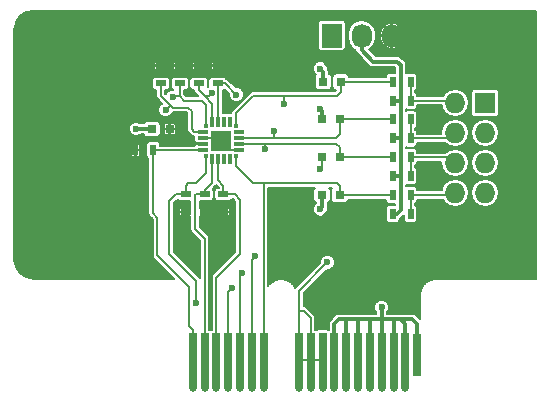
<source format=gbr>
G04 #@! TF.FileFunction,Copper,L1,Top,Signal*
%FSLAX46Y46*%
G04 Gerber Fmt 4.6, Leading zero omitted, Abs format (unit mm)*
G04 Created by KiCad (PCBNEW 4.0.2+e4-6225~38~ubuntu14.04.1-stable) date Fri 29 Jul 2016 09:52:58 PM PDT*
%MOMM*%
G01*
G04 APERTURE LIST*
%ADD10C,0.100000*%
%ADD11R,0.650240X3.599180*%
%ADD12R,0.650240X4.599940*%
%ADD13O,0.650240X0.650240*%
%ADD14R,0.800000X0.750000*%
%ADD15R,1.727200X2.032000*%
%ADD16O,1.727200X2.032000*%
%ADD17R,1.727200X1.727200*%
%ADD18O,1.727200X1.727200*%
%ADD19R,0.900000X0.500000*%
%ADD20R,0.500000X0.900000*%
%ADD21R,0.350000X0.350000*%
%ADD22R,0.900000X0.300000*%
%ADD23R,0.300000X0.900000*%
%ADD24R,1.800000X1.800000*%
%ADD25C,0.600000*%
%ADD26C,0.150000*%
%ADD27C,0.300000*%
%ADD28C,0.200000*%
G04 APERTURE END LIST*
D10*
D11*
X159499600Y-99499620D03*
D12*
X158498840Y-100000000D03*
X157500620Y-100000000D03*
X156499860Y-100000000D03*
X155499100Y-100000000D03*
X154500880Y-100000000D03*
X153500120Y-100000000D03*
X152499360Y-100000000D03*
X151501140Y-100000000D03*
X150500380Y-100000000D03*
X149499620Y-100000000D03*
X144500900Y-100000000D03*
X143500140Y-100000000D03*
X142499380Y-100000000D03*
X141501160Y-100000000D03*
X140500400Y-100000000D03*
X146499880Y-100000000D03*
X145499120Y-100000000D03*
D13*
X156499860Y-102301240D03*
X155499100Y-102301240D03*
X154500880Y-102301240D03*
X153500120Y-102301240D03*
X152499360Y-102301240D03*
X151501140Y-102301240D03*
X150500380Y-102301240D03*
X144500900Y-102301240D03*
X143500140Y-102301240D03*
X157500620Y-102301240D03*
X145499120Y-102301240D03*
X142499380Y-102301240D03*
X149499620Y-102301240D03*
X146499880Y-102301240D03*
X141501160Y-102301240D03*
X140500400Y-102301240D03*
X158498840Y-102301240D03*
D14*
X138550000Y-80400000D03*
X137050000Y-80400000D03*
X153050000Y-76400000D03*
X151550000Y-76400000D03*
X152950000Y-79600000D03*
X151450000Y-79600000D03*
X152950000Y-82800000D03*
X151450000Y-82800000D03*
X152950000Y-86000000D03*
X151450000Y-86000000D03*
D15*
X152260000Y-72500000D03*
D16*
X154800000Y-72500000D03*
X157340000Y-72500000D03*
D17*
X165270000Y-78190000D03*
D18*
X162730000Y-78190000D03*
X165270000Y-80730000D03*
X162730000Y-80730000D03*
X165270000Y-83270000D03*
X162730000Y-83270000D03*
X165270000Y-85810000D03*
X162730000Y-85810000D03*
D19*
X141500000Y-87450000D03*
X141500000Y-85950000D03*
X143100000Y-87450000D03*
X143100000Y-85950000D03*
D20*
X135650000Y-82200000D03*
X137150000Y-82200000D03*
D19*
X139900000Y-87450000D03*
X139900000Y-85950000D03*
X137800000Y-75050000D03*
X137800000Y-76550000D03*
X139400000Y-75050000D03*
X139400000Y-76550000D03*
X141000000Y-75050000D03*
X141000000Y-76550000D03*
X142600000Y-75050000D03*
X142600000Y-76550000D03*
D20*
X158950000Y-76400000D03*
X157450000Y-76400000D03*
X158950000Y-79600000D03*
X157450000Y-79600000D03*
X158950000Y-82800000D03*
X157450000Y-82800000D03*
X158950000Y-86000000D03*
X157450000Y-86000000D03*
X157450000Y-78000000D03*
X158950000Y-78000000D03*
X157450000Y-81200000D03*
X158950000Y-81200000D03*
X157450000Y-84400000D03*
X158950000Y-84400000D03*
X157450000Y-87600000D03*
X158950000Y-87600000D03*
D21*
X141650000Y-80150000D03*
D22*
X141350000Y-80650000D03*
X141350000Y-81150000D03*
X141350000Y-81650000D03*
X141350000Y-82150000D03*
D21*
X141650000Y-82650000D03*
D23*
X142150000Y-82950000D03*
X142650000Y-82950000D03*
X143150000Y-82950000D03*
X143650000Y-82950000D03*
D21*
X144150000Y-82650000D03*
D22*
X144450000Y-82150000D03*
X144450000Y-81650000D03*
X144450000Y-81150000D03*
X144450000Y-80650000D03*
D21*
X144150000Y-80150000D03*
D23*
X143650000Y-79850000D03*
X143150000Y-79850000D03*
X142650000Y-79850000D03*
X142150000Y-79850000D03*
D24*
X142900000Y-81400000D03*
D25*
X142400000Y-80900000D03*
X143400000Y-81900000D03*
X136700000Y-88700000D03*
X139300000Y-88500000D03*
X143100000Y-88500000D03*
X151200000Y-95500000D03*
X151300000Y-83800000D03*
X135700000Y-80400000D03*
X151300000Y-75300000D03*
X151300000Y-78700000D03*
X151300000Y-87200000D03*
X148200000Y-78300000D03*
X143800000Y-93900000D03*
X147400000Y-80600000D03*
X144700000Y-92600000D03*
X146600000Y-82100000D03*
X145800000Y-91200000D03*
X140800000Y-95100000D03*
X138800000Y-77700000D03*
X138200000Y-78800000D03*
X144200000Y-77500000D03*
X142100000Y-77400000D03*
X156500000Y-95500000D03*
X151900000Y-91700000D03*
D26*
X143100000Y-87450000D02*
X143100000Y-88500000D01*
D27*
X139900000Y-87900000D02*
X139900000Y-87450000D01*
X139300000Y-88500000D02*
X139900000Y-87900000D01*
D26*
X141350000Y-81650000D02*
X138850000Y-81650000D01*
X138550000Y-81350000D02*
X138550000Y-80400000D01*
X138850000Y-81650000D02*
X138550000Y-81350000D01*
X144450000Y-82150000D02*
X143650000Y-82150000D01*
X143650000Y-82150000D02*
X142900000Y-81400000D01*
X141350000Y-81150000D02*
X142650000Y-81150000D01*
X142650000Y-81150000D02*
X142900000Y-81400000D01*
X151450000Y-82800000D02*
X151450000Y-83650000D01*
X151450000Y-83650000D02*
X151300000Y-83800000D01*
D27*
X137050000Y-80400000D02*
X135700000Y-80400000D01*
X151550000Y-76400000D02*
X151550000Y-75550000D01*
X151550000Y-75550000D02*
X151300000Y-75300000D01*
X151450000Y-79600000D02*
X151450000Y-78850000D01*
X151450000Y-78850000D02*
X151300000Y-78700000D01*
X151450000Y-86000000D02*
X151450000Y-87050000D01*
X151450000Y-87050000D02*
X151300000Y-87200000D01*
D26*
X143500140Y-100000000D02*
X143500140Y-94199860D01*
X148200000Y-78300000D02*
X148200000Y-77600000D01*
X143500140Y-94199860D02*
X143800000Y-93900000D01*
X144150000Y-80150000D02*
X144150000Y-79050000D01*
X144150000Y-79050000D02*
X145600000Y-77600000D01*
X145600000Y-77600000D02*
X148200000Y-77600000D01*
X153050000Y-77250000D02*
X153050000Y-76400000D01*
X148200000Y-77600000D02*
X152700000Y-77600000D01*
X152700000Y-77600000D02*
X153050000Y-77250000D01*
X153050000Y-76400000D02*
X157450000Y-76400000D01*
X143500140Y-102301240D02*
X143500140Y-100000000D01*
X144500900Y-100000000D02*
X144500900Y-92799100D01*
X147400000Y-80600000D02*
X147400000Y-81150000D01*
X144500900Y-92799100D02*
X144700000Y-92600000D01*
X147400000Y-81150000D02*
X147400000Y-81100000D01*
X147400000Y-81100000D02*
X147400000Y-81150000D01*
X144450000Y-81150000D02*
X147400000Y-81150000D01*
X147400000Y-81150000D02*
X152650000Y-81150000D01*
X152650000Y-81150000D02*
X152950000Y-80850000D01*
X152950000Y-80850000D02*
X152950000Y-79600000D01*
X157450000Y-79600000D02*
X152950000Y-79600000D01*
X144500900Y-100000000D02*
X144500900Y-102301240D01*
X145499120Y-100000000D02*
X145499120Y-91500880D01*
X146600000Y-82100000D02*
X146600000Y-81650000D01*
X145499120Y-91500880D02*
X145800000Y-91200000D01*
X146600000Y-81650000D02*
X146600000Y-81700000D01*
X146600000Y-81700000D02*
X146600000Y-81650000D01*
X144450000Y-81650000D02*
X146600000Y-81650000D01*
X146600000Y-81650000D02*
X152650000Y-81650000D01*
X152650000Y-81650000D02*
X152950000Y-81950000D01*
X152950000Y-81950000D02*
X152950000Y-82800000D01*
X157450000Y-82800000D02*
X152950000Y-82800000D01*
X145499120Y-100000000D02*
X145499120Y-102301240D01*
X146499880Y-100000000D02*
X146499880Y-85000000D01*
X146499880Y-85000000D02*
X146500000Y-85000000D01*
X144150000Y-82650000D02*
X144150000Y-83550000D01*
X144150000Y-83550000D02*
X145600000Y-85000000D01*
X145600000Y-85000000D02*
X146500000Y-85000000D01*
X152950000Y-85250000D02*
X152950000Y-86000000D01*
X146500000Y-85000000D02*
X152700000Y-85000000D01*
X152700000Y-85000000D02*
X152950000Y-85250000D01*
X157450000Y-86000000D02*
X152950000Y-86000000D01*
X146499880Y-100000000D02*
X146499880Y-102301240D01*
X139050000Y-85950000D02*
X139900000Y-85950000D01*
X138500000Y-86500000D02*
X139050000Y-85950000D01*
X138500000Y-91000000D02*
X138500000Y-86500000D01*
X140800000Y-93300000D02*
X138500000Y-91000000D01*
X140800000Y-95100000D02*
X140800000Y-93300000D01*
X141650000Y-82650000D02*
X141650000Y-84150000D01*
X141650000Y-84150000D02*
X140800000Y-85000000D01*
X140800000Y-85000000D02*
X140100000Y-85000000D01*
X140100000Y-85000000D02*
X139900000Y-85200000D01*
X139900000Y-85200000D02*
X139900000Y-85950000D01*
X138800000Y-77700000D02*
X138900000Y-77600000D01*
X138900000Y-77600000D02*
X139400000Y-77600000D01*
X141650000Y-80150000D02*
X141650000Y-78350000D01*
X139800000Y-78000000D02*
X139400000Y-77600000D01*
X141000000Y-78000000D02*
X139800000Y-78000000D01*
X141300000Y-78000000D02*
X141000000Y-78000000D01*
X141650000Y-78350000D02*
X141300000Y-78000000D01*
X139400000Y-77600000D02*
X139400000Y-76550000D01*
X138550000Y-78450000D02*
X138550000Y-78350000D01*
X138200000Y-78800000D02*
X138550000Y-78450000D01*
X141350000Y-80650000D02*
X140650000Y-80650000D01*
X140650000Y-80650000D02*
X140400000Y-80400000D01*
X140400000Y-80400000D02*
X140400000Y-78900000D01*
X140400000Y-78900000D02*
X140100000Y-78600000D01*
X140100000Y-78600000D02*
X138800000Y-78600000D01*
X138800000Y-78600000D02*
X138550000Y-78350000D01*
X137800000Y-77600000D02*
X137800000Y-76550000D01*
X138550000Y-78350000D02*
X137800000Y-77600000D01*
X144200000Y-77500000D02*
X143250000Y-76550000D01*
X142600000Y-76550000D02*
X143250000Y-76550000D01*
X142650000Y-79850000D02*
X142650000Y-76600000D01*
X142650000Y-76600000D02*
X142600000Y-76550000D01*
X142100000Y-77400000D02*
X141850000Y-77650000D01*
X141550000Y-77650000D02*
X141850000Y-77650000D01*
X141000000Y-76550000D02*
X141000000Y-77100000D01*
X141000000Y-77100000D02*
X141550000Y-77650000D01*
X142150000Y-78250000D02*
X142150000Y-79850000D01*
X141550000Y-77650000D02*
X142150000Y-78250000D01*
D27*
X156499860Y-96500000D02*
X156499860Y-95500140D01*
X156499860Y-95500140D02*
X156500000Y-95500000D01*
X153500120Y-100000000D02*
X153500120Y-96500000D01*
X153500000Y-96600000D02*
X153500000Y-96500000D01*
X153500000Y-96500120D02*
X153500000Y-96600000D01*
X153500120Y-96500000D02*
X153500000Y-96500120D01*
X154500880Y-100000000D02*
X154500880Y-96500000D01*
X154500880Y-96500000D02*
X154500000Y-96500000D01*
X155499100Y-100000000D02*
X155499100Y-96500000D01*
X155500000Y-96600000D02*
X155500000Y-96500000D01*
X155500000Y-96500900D02*
X155500000Y-96600000D01*
X155499100Y-96500000D02*
X155500000Y-96500900D01*
X156499860Y-100000000D02*
X156499860Y-96500000D01*
X156499860Y-96500000D02*
X156500000Y-96500000D01*
X157500620Y-100000000D02*
X157500620Y-96500000D01*
X157500620Y-96500000D02*
X157400000Y-96500000D01*
X158498840Y-100000000D02*
X158498840Y-96898840D01*
X158498840Y-96898840D02*
X158100000Y-96500000D01*
X152499360Y-100000000D02*
X152499360Y-96900640D01*
X152900000Y-96500000D02*
X153500000Y-96500000D01*
X152499360Y-96900640D02*
X152900000Y-96500000D01*
X153500000Y-96500000D02*
X154500000Y-96500000D01*
X154500000Y-96500000D02*
X155500000Y-96500000D01*
X155500000Y-96500000D02*
X156500000Y-96500000D01*
X156500000Y-96500000D02*
X157400000Y-96500000D01*
X157400000Y-96500000D02*
X158100000Y-96500000D01*
X159499600Y-96899600D02*
X159499600Y-99499620D01*
X158100000Y-96500000D02*
X159100000Y-96500000D01*
X159100000Y-96500000D02*
X159499600Y-96899600D01*
D26*
X158498840Y-100000000D02*
X158498840Y-102301240D01*
X157500620Y-100000000D02*
X157500620Y-102301240D01*
X156499860Y-100000000D02*
X156499860Y-102301240D01*
X155499100Y-100000000D02*
X155499100Y-102301240D01*
X154500880Y-100000000D02*
X154500880Y-102301240D01*
X153500120Y-100000000D02*
X153500120Y-102301240D01*
X152499360Y-100000000D02*
X152499360Y-102301240D01*
X151501140Y-100000000D02*
X150500380Y-100000000D01*
X150500380Y-100000000D02*
X149499620Y-100000000D01*
X150500380Y-100000000D02*
X150500380Y-96400380D01*
X150500380Y-96400380D02*
X149900000Y-95800000D01*
X149900000Y-95800000D02*
X149499620Y-95800000D01*
X149499620Y-100000000D02*
X149499620Y-95800000D01*
X149499620Y-95800000D02*
X149499620Y-94100380D01*
X149499620Y-94100380D02*
X151900000Y-91700000D01*
X151501140Y-100000000D02*
X151501140Y-102301240D01*
X150500380Y-100000000D02*
X150500380Y-102301240D01*
X149499620Y-100000000D02*
X149499620Y-102301240D01*
X142499380Y-100000000D02*
X142499380Y-93000620D01*
X144050000Y-85950000D02*
X143100000Y-85950000D01*
X144500000Y-86400000D02*
X144050000Y-85950000D01*
X144500000Y-91000000D02*
X144500000Y-86400000D01*
X142499380Y-93000620D02*
X144500000Y-91000000D01*
X143100000Y-85950000D02*
X143100000Y-85200000D01*
X143100000Y-85200000D02*
X142650000Y-84750000D01*
X142650000Y-84750000D02*
X142650000Y-82950000D01*
X142499380Y-102301240D02*
X142499380Y-100000000D01*
X140700000Y-86900000D02*
X140700000Y-86000000D01*
X140700000Y-88900000D02*
X140700000Y-86900000D01*
X141501160Y-89701160D02*
X140700000Y-88900000D01*
X141501160Y-100000000D02*
X141501160Y-89701160D01*
X140750000Y-85950000D02*
X141500000Y-85950000D01*
X140700000Y-86000000D02*
X140750000Y-85950000D01*
X141500000Y-85950000D02*
X141500000Y-85600000D01*
X142150000Y-84950000D02*
X142150000Y-82950000D01*
X141500000Y-85600000D02*
X142150000Y-84950000D01*
X141501160Y-102301240D02*
X141501160Y-100000000D01*
X140500400Y-100000000D02*
X140500400Y-97400400D01*
X137150000Y-87550000D02*
X137150000Y-82200000D01*
X137500000Y-87900000D02*
X137150000Y-87550000D01*
X137500000Y-91100000D02*
X137500000Y-87900000D01*
X140200000Y-93800000D02*
X137500000Y-91100000D01*
X140200000Y-97100000D02*
X140200000Y-93800000D01*
X140500400Y-97400400D02*
X140200000Y-97100000D01*
X137150000Y-82200000D02*
X141300000Y-82200000D01*
X141300000Y-82200000D02*
X141350000Y-82150000D01*
X140500400Y-100000000D02*
X140500400Y-102301240D01*
D27*
X157450000Y-78000000D02*
X158100000Y-78000000D01*
X157450000Y-81200000D02*
X158100000Y-81200000D01*
X158100000Y-81200000D02*
X158000000Y-81200000D01*
X158000000Y-81200000D02*
X158100000Y-81200000D01*
X157450000Y-84400000D02*
X158100000Y-84400000D01*
X158100000Y-84400000D02*
X158000000Y-84400000D01*
X158000000Y-84400000D02*
X158100000Y-84400000D01*
X154800000Y-72500000D02*
X154800000Y-73700000D01*
X157800000Y-87600000D02*
X157450000Y-87600000D01*
X158100000Y-87300000D02*
X157800000Y-87600000D01*
X158100000Y-75000000D02*
X158100000Y-78000000D01*
X158100000Y-78000000D02*
X158100000Y-81200000D01*
X158100000Y-81200000D02*
X158100000Y-84400000D01*
X158100000Y-84400000D02*
X158100000Y-87300000D01*
X157800000Y-74700000D02*
X158100000Y-75000000D01*
X155800000Y-74700000D02*
X157800000Y-74700000D01*
X154800000Y-73700000D02*
X155800000Y-74700000D01*
D26*
X158950000Y-76400000D02*
X158950000Y-78000000D01*
X158950000Y-78000000D02*
X162540000Y-78000000D01*
X162540000Y-78000000D02*
X162730000Y-78190000D01*
X158950000Y-79600000D02*
X158950000Y-81200000D01*
X158950000Y-81200000D02*
X162260000Y-81200000D01*
X162260000Y-81200000D02*
X162730000Y-80730000D01*
X158950000Y-82800000D02*
X158950000Y-84400000D01*
X158950000Y-82800000D02*
X162260000Y-82800000D01*
X162260000Y-82800000D02*
X162730000Y-83270000D01*
X158950000Y-86000000D02*
X158950000Y-87600000D01*
X158950000Y-86000000D02*
X162540000Y-86000000D01*
X162540000Y-86000000D02*
X162730000Y-85810000D01*
D28*
G36*
X169597716Y-70402284D02*
X169605000Y-70438903D01*
X169605000Y-93061097D01*
X169597716Y-93097716D01*
X169561098Y-93105000D01*
X161100000Y-93105000D01*
X161061843Y-93112590D01*
X161022939Y-93112590D01*
X160659391Y-93184904D01*
X160659390Y-93184904D01*
X160517000Y-93243884D01*
X160208798Y-93449819D01*
X160154309Y-93504309D01*
X160099819Y-93558798D01*
X159893884Y-93867000D01*
X159834904Y-94009390D01*
X159834904Y-94009391D01*
X159762590Y-94372940D01*
X159762590Y-94411843D01*
X159755000Y-94450000D01*
X159755000Y-96490320D01*
X159432340Y-96167660D01*
X159279861Y-96065777D01*
X159100000Y-96030000D01*
X156969860Y-96030000D01*
X156969860Y-95907008D01*
X157025304Y-95851661D01*
X157119893Y-95623867D01*
X157120108Y-95377215D01*
X157025917Y-95149257D01*
X156851661Y-94974696D01*
X156623867Y-94880107D01*
X156377215Y-94879892D01*
X156149257Y-94974083D01*
X155974696Y-95148339D01*
X155880107Y-95376133D01*
X155879892Y-95622785D01*
X155974083Y-95850743D01*
X156029860Y-95906618D01*
X156029860Y-96030000D01*
X152900000Y-96030000D01*
X152720139Y-96065777D01*
X152567660Y-96167659D01*
X152167020Y-96568300D01*
X152065137Y-96720779D01*
X152029360Y-96900640D01*
X152029360Y-97412994D01*
X152000333Y-97431673D01*
X151953197Y-97399466D01*
X151826260Y-97373761D01*
X151176020Y-97373761D01*
X151057435Y-97396074D01*
X151000805Y-97432515D01*
X150952437Y-97399466D01*
X150895380Y-97387912D01*
X150895380Y-96400380D01*
X150865312Y-96249220D01*
X150810896Y-96167780D01*
X150779688Y-96121073D01*
X150179307Y-95520693D01*
X150051160Y-95435068D01*
X149900000Y-95405000D01*
X149894620Y-95405000D01*
X149894620Y-94263994D01*
X151838666Y-92319948D01*
X152022785Y-92320108D01*
X152250743Y-92225917D01*
X152425304Y-92051661D01*
X152519893Y-91823867D01*
X152520108Y-91577215D01*
X152425917Y-91349257D01*
X152251661Y-91174696D01*
X152023867Y-91080107D01*
X151777215Y-91079892D01*
X151549257Y-91174083D01*
X151374696Y-91348339D01*
X151280107Y-91576133D01*
X151279945Y-91761441D01*
X149220313Y-93821073D01*
X149197871Y-93854660D01*
X149000181Y-93558798D01*
X148945691Y-93504309D01*
X148891202Y-93449819D01*
X148583000Y-93243884D01*
X148440610Y-93184904D01*
X148440609Y-93184904D01*
X148077062Y-93112590D01*
X147922939Y-93112590D01*
X147559391Y-93184904D01*
X147559390Y-93184904D01*
X147417000Y-93243884D01*
X147108798Y-93449819D01*
X147054309Y-93504309D01*
X146999819Y-93558798D01*
X146894880Y-93715850D01*
X146894880Y-85395000D01*
X150819856Y-85395000D01*
X150749436Y-85498063D01*
X150723731Y-85625000D01*
X150723731Y-86375000D01*
X150746044Y-86493585D01*
X150816128Y-86602498D01*
X150923063Y-86675564D01*
X150943606Y-86679724D01*
X150774696Y-86848339D01*
X150680107Y-87076133D01*
X150679892Y-87322785D01*
X150774083Y-87550743D01*
X150948339Y-87725304D01*
X151176133Y-87819893D01*
X151422785Y-87820108D01*
X151650743Y-87725917D01*
X151825304Y-87551661D01*
X151919893Y-87323867D01*
X151920108Y-87077215D01*
X151916381Y-87068195D01*
X151920000Y-87050000D01*
X151920000Y-86688098D01*
X151968585Y-86678956D01*
X152077498Y-86608872D01*
X152150564Y-86501937D01*
X152176269Y-86375000D01*
X152176269Y-85625000D01*
X152153956Y-85506415D01*
X152083872Y-85397502D01*
X152080210Y-85395000D01*
X152319856Y-85395000D01*
X152249436Y-85498063D01*
X152223731Y-85625000D01*
X152223731Y-86375000D01*
X152246044Y-86493585D01*
X152316128Y-86602498D01*
X152423063Y-86675564D01*
X152550000Y-86701269D01*
X153350000Y-86701269D01*
X153468585Y-86678956D01*
X153577498Y-86608872D01*
X153650564Y-86501937D01*
X153672219Y-86395000D01*
X156873731Y-86395000D01*
X156873731Y-86450000D01*
X156896044Y-86568585D01*
X156966128Y-86677498D01*
X157073063Y-86750564D01*
X157200000Y-86776269D01*
X157630000Y-86776269D01*
X157630000Y-86823731D01*
X157200000Y-86823731D01*
X157081415Y-86846044D01*
X156972502Y-86916128D01*
X156899436Y-87023063D01*
X156873731Y-87150000D01*
X156873731Y-88050000D01*
X156896044Y-88168585D01*
X156966128Y-88277498D01*
X157073063Y-88350564D01*
X157200000Y-88376269D01*
X157700000Y-88376269D01*
X157818585Y-88353956D01*
X157927498Y-88283872D01*
X158000564Y-88176937D01*
X158026269Y-88050000D01*
X158026269Y-88003214D01*
X158132340Y-87932340D01*
X158373731Y-87690949D01*
X158373731Y-88050000D01*
X158396044Y-88168585D01*
X158466128Y-88277498D01*
X158573063Y-88350564D01*
X158700000Y-88376269D01*
X159200000Y-88376269D01*
X159318585Y-88353956D01*
X159427498Y-88283872D01*
X159500564Y-88176937D01*
X159526269Y-88050000D01*
X159526269Y-87150000D01*
X159503956Y-87031415D01*
X159433872Y-86922502D01*
X159345000Y-86861778D01*
X159345000Y-86736958D01*
X159427498Y-86683872D01*
X159500564Y-86576937D01*
X159526269Y-86450000D01*
X159526269Y-86395000D01*
X161709239Y-86395000D01*
X161893068Y-86670120D01*
X162277056Y-86926692D01*
X162730000Y-87016788D01*
X163182944Y-86926692D01*
X163566932Y-86670120D01*
X163823504Y-86286132D01*
X163913600Y-85833188D01*
X163913600Y-85786812D01*
X164086400Y-85786812D01*
X164086400Y-85833188D01*
X164176496Y-86286132D01*
X164433068Y-86670120D01*
X164817056Y-86926692D01*
X165270000Y-87016788D01*
X165722944Y-86926692D01*
X166106932Y-86670120D01*
X166363504Y-86286132D01*
X166453600Y-85833188D01*
X166453600Y-85786812D01*
X166363504Y-85333868D01*
X166106932Y-84949880D01*
X165722944Y-84693308D01*
X165270000Y-84603212D01*
X164817056Y-84693308D01*
X164433068Y-84949880D01*
X164176496Y-85333868D01*
X164086400Y-85786812D01*
X163913600Y-85786812D01*
X163823504Y-85333868D01*
X163566932Y-84949880D01*
X163182944Y-84693308D01*
X162730000Y-84603212D01*
X162277056Y-84693308D01*
X161893068Y-84949880D01*
X161636496Y-85333868D01*
X161582565Y-85605000D01*
X159526269Y-85605000D01*
X159526269Y-85550000D01*
X159503956Y-85431415D01*
X159433872Y-85322502D01*
X159326937Y-85249436D01*
X159200000Y-85223731D01*
X158700000Y-85223731D01*
X158581415Y-85246044D01*
X158570000Y-85253389D01*
X158570000Y-85148471D01*
X158573063Y-85150564D01*
X158700000Y-85176269D01*
X159200000Y-85176269D01*
X159318585Y-85153956D01*
X159427498Y-85083872D01*
X159500564Y-84976937D01*
X159526269Y-84850000D01*
X159526269Y-83950000D01*
X159503956Y-83831415D01*
X159433872Y-83722502D01*
X159345000Y-83661778D01*
X159345000Y-83536958D01*
X159427498Y-83483872D01*
X159500564Y-83376937D01*
X159526269Y-83250000D01*
X159526269Y-83195000D01*
X161556706Y-83195000D01*
X161546400Y-83246812D01*
X161546400Y-83293188D01*
X161636496Y-83746132D01*
X161893068Y-84130120D01*
X162277056Y-84386692D01*
X162730000Y-84476788D01*
X163182944Y-84386692D01*
X163566932Y-84130120D01*
X163823504Y-83746132D01*
X163913600Y-83293188D01*
X163913600Y-83246812D01*
X164086400Y-83246812D01*
X164086400Y-83293188D01*
X164176496Y-83746132D01*
X164433068Y-84130120D01*
X164817056Y-84386692D01*
X165270000Y-84476788D01*
X165722944Y-84386692D01*
X166106932Y-84130120D01*
X166363504Y-83746132D01*
X166453600Y-83293188D01*
X166453600Y-83246812D01*
X166363504Y-82793868D01*
X166106932Y-82409880D01*
X165722944Y-82153308D01*
X165270000Y-82063212D01*
X164817056Y-82153308D01*
X164433068Y-82409880D01*
X164176496Y-82793868D01*
X164086400Y-83246812D01*
X163913600Y-83246812D01*
X163823504Y-82793868D01*
X163566932Y-82409880D01*
X163182944Y-82153308D01*
X162730000Y-82063212D01*
X162277056Y-82153308D01*
X161900371Y-82405000D01*
X159526269Y-82405000D01*
X159526269Y-82350000D01*
X159503956Y-82231415D01*
X159433872Y-82122502D01*
X159326937Y-82049436D01*
X159200000Y-82023731D01*
X158700000Y-82023731D01*
X158581415Y-82046044D01*
X158570000Y-82053389D01*
X158570000Y-81948471D01*
X158573063Y-81950564D01*
X158700000Y-81976269D01*
X159200000Y-81976269D01*
X159318585Y-81953956D01*
X159427498Y-81883872D01*
X159500564Y-81776937D01*
X159526269Y-81650000D01*
X159526269Y-81595000D01*
X161900371Y-81595000D01*
X162277056Y-81846692D01*
X162730000Y-81936788D01*
X163182944Y-81846692D01*
X163566932Y-81590120D01*
X163823504Y-81206132D01*
X163913600Y-80753188D01*
X163913600Y-80706812D01*
X164086400Y-80706812D01*
X164086400Y-80753188D01*
X164176496Y-81206132D01*
X164433068Y-81590120D01*
X164817056Y-81846692D01*
X165270000Y-81936788D01*
X165722944Y-81846692D01*
X166106932Y-81590120D01*
X166363504Y-81206132D01*
X166453600Y-80753188D01*
X166453600Y-80706812D01*
X166363504Y-80253868D01*
X166106932Y-79869880D01*
X165722944Y-79613308D01*
X165270000Y-79523212D01*
X164817056Y-79613308D01*
X164433068Y-79869880D01*
X164176496Y-80253868D01*
X164086400Y-80706812D01*
X163913600Y-80706812D01*
X163823504Y-80253868D01*
X163566932Y-79869880D01*
X163182944Y-79613308D01*
X162730000Y-79523212D01*
X162277056Y-79613308D01*
X161893068Y-79869880D01*
X161636496Y-80253868D01*
X161546400Y-80706812D01*
X161546400Y-80753188D01*
X161556706Y-80805000D01*
X159526269Y-80805000D01*
X159526269Y-80750000D01*
X159503956Y-80631415D01*
X159433872Y-80522502D01*
X159345000Y-80461778D01*
X159345000Y-80336958D01*
X159427498Y-80283872D01*
X159500564Y-80176937D01*
X159526269Y-80050000D01*
X159526269Y-79150000D01*
X159503956Y-79031415D01*
X159433872Y-78922502D01*
X159326937Y-78849436D01*
X159200000Y-78823731D01*
X158700000Y-78823731D01*
X158581415Y-78846044D01*
X158570000Y-78853389D01*
X158570000Y-78748471D01*
X158573063Y-78750564D01*
X158700000Y-78776269D01*
X159200000Y-78776269D01*
X159318585Y-78753956D01*
X159427498Y-78683872D01*
X159500564Y-78576937D01*
X159526269Y-78450000D01*
X159526269Y-78395000D01*
X161582565Y-78395000D01*
X161636496Y-78666132D01*
X161893068Y-79050120D01*
X162277056Y-79306692D01*
X162730000Y-79396788D01*
X163182944Y-79306692D01*
X163566932Y-79050120D01*
X163823504Y-78666132D01*
X163913600Y-78213188D01*
X163913600Y-78166812D01*
X163823504Y-77713868D01*
X163566932Y-77329880D01*
X163561724Y-77326400D01*
X164080131Y-77326400D01*
X164080131Y-79053600D01*
X164102444Y-79172185D01*
X164172528Y-79281098D01*
X164279463Y-79354164D01*
X164406400Y-79379869D01*
X166133600Y-79379869D01*
X166252185Y-79357556D01*
X166361098Y-79287472D01*
X166434164Y-79180537D01*
X166459869Y-79053600D01*
X166459869Y-77326400D01*
X166437556Y-77207815D01*
X166367472Y-77098902D01*
X166260537Y-77025836D01*
X166133600Y-77000131D01*
X164406400Y-77000131D01*
X164287815Y-77022444D01*
X164178902Y-77092528D01*
X164105836Y-77199463D01*
X164080131Y-77326400D01*
X163561724Y-77326400D01*
X163182944Y-77073308D01*
X162730000Y-76983212D01*
X162277056Y-77073308D01*
X161893068Y-77329880D01*
X161709239Y-77605000D01*
X159526269Y-77605000D01*
X159526269Y-77550000D01*
X159503956Y-77431415D01*
X159433872Y-77322502D01*
X159345000Y-77261778D01*
X159345000Y-77136958D01*
X159427498Y-77083872D01*
X159500564Y-76976937D01*
X159526269Y-76850000D01*
X159526269Y-75950000D01*
X159503956Y-75831415D01*
X159433872Y-75722502D01*
X159326937Y-75649436D01*
X159200000Y-75623731D01*
X158700000Y-75623731D01*
X158581415Y-75646044D01*
X158570000Y-75653389D01*
X158570000Y-75000000D01*
X158534223Y-74820139D01*
X158432340Y-74667660D01*
X158132340Y-74367660D01*
X157979861Y-74265777D01*
X157800000Y-74230000D01*
X155994680Y-74230000D01*
X155423078Y-73658398D01*
X155636932Y-73515506D01*
X155893504Y-73131518D01*
X155983600Y-72678574D01*
X155983600Y-72525000D01*
X156376400Y-72525000D01*
X156376400Y-72677400D01*
X156459317Y-73044251D01*
X156676310Y-73351446D01*
X156994344Y-73552217D01*
X157164618Y-73599906D01*
X157315000Y-73590667D01*
X157315000Y-72525000D01*
X157365000Y-72525000D01*
X157365000Y-73590667D01*
X157515382Y-73599906D01*
X157685656Y-73552217D01*
X158003690Y-73351446D01*
X158220683Y-73044251D01*
X158303600Y-72677400D01*
X158303600Y-72525000D01*
X157365000Y-72525000D01*
X157315000Y-72525000D01*
X156376400Y-72525000D01*
X155983600Y-72525000D01*
X155983600Y-72322600D01*
X156376400Y-72322600D01*
X156376400Y-72475000D01*
X157315000Y-72475000D01*
X157315000Y-71409333D01*
X157365000Y-71409333D01*
X157365000Y-72475000D01*
X158303600Y-72475000D01*
X158303600Y-72322600D01*
X158220683Y-71955749D01*
X158003690Y-71648554D01*
X157685656Y-71447783D01*
X157515382Y-71400094D01*
X157365000Y-71409333D01*
X157315000Y-71409333D01*
X157164618Y-71400094D01*
X156994344Y-71447783D01*
X156676310Y-71648554D01*
X156459317Y-71955749D01*
X156376400Y-72322600D01*
X155983600Y-72322600D01*
X155983600Y-72321426D01*
X155893504Y-71868482D01*
X155636932Y-71484494D01*
X155252944Y-71227922D01*
X154800000Y-71137826D01*
X154347056Y-71227922D01*
X153963068Y-71484494D01*
X153706496Y-71868482D01*
X153616400Y-72321426D01*
X153616400Y-72678574D01*
X153706496Y-73131518D01*
X153963068Y-73515506D01*
X154343921Y-73769983D01*
X154365777Y-73879861D01*
X154467660Y-74032340D01*
X155467660Y-75032340D01*
X155620139Y-75134223D01*
X155800000Y-75170000D01*
X157605320Y-75170000D01*
X157630000Y-75194680D01*
X157630000Y-75623731D01*
X157200000Y-75623731D01*
X157081415Y-75646044D01*
X156972502Y-75716128D01*
X156899436Y-75823063D01*
X156873731Y-75950000D01*
X156873731Y-76005000D01*
X153772506Y-76005000D01*
X153753956Y-75906415D01*
X153683872Y-75797502D01*
X153576937Y-75724436D01*
X153450000Y-75698731D01*
X152650000Y-75698731D01*
X152531415Y-75721044D01*
X152422502Y-75791128D01*
X152349436Y-75898063D01*
X152323731Y-76025000D01*
X152323731Y-76775000D01*
X152346044Y-76893585D01*
X152416128Y-77002498D01*
X152523063Y-77075564D01*
X152641781Y-77099605D01*
X152536386Y-77205000D01*
X145600000Y-77205000D01*
X145448840Y-77235068D01*
X145374010Y-77285068D01*
X145320693Y-77320693D01*
X143870693Y-78770693D01*
X143785068Y-78898840D01*
X143755000Y-79050000D01*
X143755000Y-79073731D01*
X143500000Y-79073731D01*
X143396329Y-79093238D01*
X143300000Y-79073731D01*
X143045000Y-79073731D01*
X143045000Y-77126269D01*
X143050000Y-77126269D01*
X143168585Y-77103956D01*
X143215289Y-77073903D01*
X143580052Y-77438666D01*
X143579892Y-77622785D01*
X143674083Y-77850743D01*
X143848339Y-78025304D01*
X144076133Y-78119893D01*
X144322785Y-78120108D01*
X144550743Y-78025917D01*
X144725304Y-77851661D01*
X144819893Y-77623867D01*
X144820108Y-77377215D01*
X144725917Y-77149257D01*
X144551661Y-76974696D01*
X144323867Y-76880107D01*
X144138559Y-76879945D01*
X143529307Y-76270693D01*
X143401160Y-76185068D01*
X143349723Y-76174836D01*
X143283872Y-76072502D01*
X143176937Y-75999436D01*
X143050000Y-75973731D01*
X142150000Y-75973731D01*
X142031415Y-75996044D01*
X141922502Y-76066128D01*
X141849436Y-76173063D01*
X141823731Y-76300000D01*
X141823731Y-76800000D01*
X141831292Y-76840186D01*
X141762364Y-76868667D01*
X141776269Y-76800000D01*
X141776269Y-76300000D01*
X141753956Y-76181415D01*
X141683872Y-76072502D01*
X141576937Y-75999436D01*
X141450000Y-75973731D01*
X140550000Y-75973731D01*
X140431415Y-75996044D01*
X140322502Y-76066128D01*
X140249436Y-76173063D01*
X140223731Y-76300000D01*
X140223731Y-76800000D01*
X140246044Y-76918585D01*
X140316128Y-77027498D01*
X140423063Y-77100564D01*
X140550000Y-77126269D01*
X140610225Y-77126269D01*
X140635068Y-77251160D01*
X140720693Y-77379307D01*
X140946386Y-77605000D01*
X139963614Y-77605000D01*
X139795000Y-77436386D01*
X139795000Y-77126269D01*
X139850000Y-77126269D01*
X139968585Y-77103956D01*
X140077498Y-77033872D01*
X140150564Y-76926937D01*
X140176269Y-76800000D01*
X140176269Y-76300000D01*
X140153956Y-76181415D01*
X140083872Y-76072502D01*
X139976937Y-75999436D01*
X139850000Y-75973731D01*
X138950000Y-75973731D01*
X138831415Y-75996044D01*
X138722502Y-76066128D01*
X138649436Y-76173063D01*
X138623731Y-76300000D01*
X138623731Y-76800000D01*
X138646044Y-76918585D01*
X138716128Y-77027498D01*
X138792956Y-77079993D01*
X138677215Y-77079892D01*
X138449257Y-77174083D01*
X138274696Y-77348339D01*
X138225479Y-77466865D01*
X138195000Y-77436386D01*
X138195000Y-77126269D01*
X138250000Y-77126269D01*
X138368585Y-77103956D01*
X138477498Y-77033872D01*
X138550564Y-76926937D01*
X138576269Y-76800000D01*
X138576269Y-76300000D01*
X138553956Y-76181415D01*
X138483872Y-76072502D01*
X138376937Y-75999436D01*
X138250000Y-75973731D01*
X137350000Y-75973731D01*
X137231415Y-75996044D01*
X137122502Y-76066128D01*
X137049436Y-76173063D01*
X137023731Y-76300000D01*
X137023731Y-76800000D01*
X137046044Y-76918585D01*
X137116128Y-77027498D01*
X137223063Y-77100564D01*
X137350000Y-77126269D01*
X137405000Y-77126269D01*
X137405000Y-77600000D01*
X137435068Y-77751160D01*
X137520693Y-77879307D01*
X137896110Y-78254724D01*
X137849257Y-78274083D01*
X137674696Y-78448339D01*
X137580107Y-78676133D01*
X137579892Y-78922785D01*
X137674083Y-79150743D01*
X137848339Y-79325304D01*
X138076133Y-79419893D01*
X138322785Y-79420108D01*
X138550743Y-79325917D01*
X138725304Y-79151661D01*
X138791092Y-78993228D01*
X138800000Y-78995000D01*
X139936386Y-78995000D01*
X140005000Y-79063614D01*
X140005000Y-80400000D01*
X140035068Y-80551160D01*
X140120693Y-80679307D01*
X140370693Y-80929307D01*
X140498840Y-81014932D01*
X140573731Y-81029829D01*
X140573731Y-81300000D01*
X140596044Y-81418585D01*
X140666128Y-81527498D01*
X140773063Y-81600564D01*
X140807547Y-81607547D01*
X140825000Y-81625000D01*
X140893733Y-81625000D01*
X140900000Y-81626269D01*
X141395000Y-81626269D01*
X141395000Y-81673731D01*
X140900000Y-81673731D01*
X140893256Y-81675000D01*
X140825000Y-81675000D01*
X140809180Y-81690820D01*
X140781415Y-81696044D01*
X140672502Y-81766128D01*
X140645942Y-81805000D01*
X137726269Y-81805000D01*
X137726269Y-81750000D01*
X137703956Y-81631415D01*
X137633872Y-81522502D01*
X137526937Y-81449436D01*
X137400000Y-81423731D01*
X136900000Y-81423731D01*
X136781415Y-81446044D01*
X136672502Y-81516128D01*
X136599436Y-81623063D01*
X136573731Y-81750000D01*
X136573731Y-82650000D01*
X136596044Y-82768585D01*
X136666128Y-82877498D01*
X136755000Y-82938222D01*
X136755000Y-87550000D01*
X136785068Y-87701160D01*
X136870693Y-87829307D01*
X137105000Y-88063614D01*
X137105000Y-91100000D01*
X137135068Y-91251160D01*
X137220693Y-91379307D01*
X138953976Y-93112590D01*
X138938157Y-93112590D01*
X138900000Y-93105000D01*
X127038903Y-93105000D01*
X126388755Y-92975677D01*
X125870565Y-92629435D01*
X125524323Y-92111245D01*
X125395000Y-91461096D01*
X125395000Y-82250000D01*
X135300000Y-82250000D01*
X135300000Y-82669891D01*
X135315224Y-82706646D01*
X135343355Y-82734776D01*
X135380109Y-82750000D01*
X135600000Y-82750000D01*
X135625000Y-82725000D01*
X135625000Y-82225000D01*
X135675000Y-82225000D01*
X135675000Y-82725000D01*
X135700000Y-82750000D01*
X135919891Y-82750000D01*
X135956645Y-82734776D01*
X135984776Y-82706646D01*
X136000000Y-82669891D01*
X136000000Y-82250000D01*
X135975000Y-82225000D01*
X135675000Y-82225000D01*
X135625000Y-82225000D01*
X135325000Y-82225000D01*
X135300000Y-82250000D01*
X125395000Y-82250000D01*
X125395000Y-81730109D01*
X135300000Y-81730109D01*
X135300000Y-82150000D01*
X135325000Y-82175000D01*
X135625000Y-82175000D01*
X135625000Y-81675000D01*
X135675000Y-81675000D01*
X135675000Y-82175000D01*
X135975000Y-82175000D01*
X136000000Y-82150000D01*
X136000000Y-81730109D01*
X135984776Y-81693354D01*
X135956645Y-81665224D01*
X135919891Y-81650000D01*
X135700000Y-81650000D01*
X135675000Y-81675000D01*
X135625000Y-81675000D01*
X135600000Y-81650000D01*
X135380109Y-81650000D01*
X135343355Y-81665224D01*
X135315224Y-81693354D01*
X135300000Y-81730109D01*
X125395000Y-81730109D01*
X125395000Y-80522785D01*
X135079892Y-80522785D01*
X135174083Y-80750743D01*
X135348339Y-80925304D01*
X135576133Y-81019893D01*
X135822785Y-81020108D01*
X136050743Y-80925917D01*
X136106758Y-80870000D01*
X136341606Y-80870000D01*
X136346044Y-80893585D01*
X136416128Y-81002498D01*
X136523063Y-81075564D01*
X136650000Y-81101269D01*
X137450000Y-81101269D01*
X137568585Y-81078956D01*
X137677498Y-81008872D01*
X137750564Y-80901937D01*
X137776269Y-80775000D01*
X137776269Y-80450000D01*
X138050000Y-80450000D01*
X138050000Y-80794891D01*
X138065224Y-80831646D01*
X138093355Y-80859776D01*
X138130109Y-80875000D01*
X138500000Y-80875000D01*
X138525000Y-80850000D01*
X138525000Y-80425000D01*
X138575000Y-80425000D01*
X138575000Y-80850000D01*
X138600000Y-80875000D01*
X138969891Y-80875000D01*
X139006645Y-80859776D01*
X139034776Y-80831646D01*
X139050000Y-80794891D01*
X139050000Y-80450000D01*
X139025000Y-80425000D01*
X138575000Y-80425000D01*
X138525000Y-80425000D01*
X138075000Y-80425000D01*
X138050000Y-80450000D01*
X137776269Y-80450000D01*
X137776269Y-80025000D01*
X137772527Y-80005109D01*
X138050000Y-80005109D01*
X138050000Y-80350000D01*
X138075000Y-80375000D01*
X138525000Y-80375000D01*
X138525000Y-79950000D01*
X138575000Y-79950000D01*
X138575000Y-80375000D01*
X139025000Y-80375000D01*
X139050000Y-80350000D01*
X139050000Y-80005109D01*
X139034776Y-79968354D01*
X139006645Y-79940224D01*
X138969891Y-79925000D01*
X138600000Y-79925000D01*
X138575000Y-79950000D01*
X138525000Y-79950000D01*
X138500000Y-79925000D01*
X138130109Y-79925000D01*
X138093355Y-79940224D01*
X138065224Y-79968354D01*
X138050000Y-80005109D01*
X137772527Y-80005109D01*
X137753956Y-79906415D01*
X137683872Y-79797502D01*
X137576937Y-79724436D01*
X137450000Y-79698731D01*
X136650000Y-79698731D01*
X136531415Y-79721044D01*
X136422502Y-79791128D01*
X136349436Y-79898063D01*
X136342969Y-79930000D01*
X136106868Y-79930000D01*
X136051661Y-79874696D01*
X135823867Y-79780107D01*
X135577215Y-79779892D01*
X135349257Y-79874083D01*
X135174696Y-80048339D01*
X135080107Y-80276133D01*
X135079892Y-80522785D01*
X125395000Y-80522785D01*
X125395000Y-75422785D01*
X150679892Y-75422785D01*
X150774083Y-75650743D01*
X150919138Y-75796052D01*
X150849436Y-75898063D01*
X150823731Y-76025000D01*
X150823731Y-76775000D01*
X150846044Y-76893585D01*
X150916128Y-77002498D01*
X151023063Y-77075564D01*
X151150000Y-77101269D01*
X151950000Y-77101269D01*
X152068585Y-77078956D01*
X152177498Y-77008872D01*
X152250564Y-76901937D01*
X152276269Y-76775000D01*
X152276269Y-76025000D01*
X152253956Y-75906415D01*
X152183872Y-75797502D01*
X152076937Y-75724436D01*
X152020000Y-75712906D01*
X152020000Y-75550000D01*
X151984223Y-75370139D01*
X151920024Y-75274058D01*
X151920108Y-75177215D01*
X151825917Y-74949257D01*
X151651661Y-74774696D01*
X151423867Y-74680107D01*
X151177215Y-74679892D01*
X150949257Y-74774083D01*
X150774696Y-74948339D01*
X150680107Y-75176133D01*
X150679892Y-75422785D01*
X125395000Y-75422785D01*
X125395000Y-75100000D01*
X137250000Y-75100000D01*
X137250000Y-75319891D01*
X137265224Y-75356645D01*
X137293354Y-75384776D01*
X137330109Y-75400000D01*
X137750000Y-75400000D01*
X137775000Y-75375000D01*
X137775000Y-75075000D01*
X137825000Y-75075000D01*
X137825000Y-75375000D01*
X137850000Y-75400000D01*
X138269891Y-75400000D01*
X138306646Y-75384776D01*
X138334776Y-75356645D01*
X138350000Y-75319891D01*
X138350000Y-75100000D01*
X138850000Y-75100000D01*
X138850000Y-75319891D01*
X138865224Y-75356645D01*
X138893354Y-75384776D01*
X138930109Y-75400000D01*
X139350000Y-75400000D01*
X139375000Y-75375000D01*
X139375000Y-75075000D01*
X139425000Y-75075000D01*
X139425000Y-75375000D01*
X139450000Y-75400000D01*
X139869891Y-75400000D01*
X139906646Y-75384776D01*
X139934776Y-75356645D01*
X139950000Y-75319891D01*
X139950000Y-75100000D01*
X140450000Y-75100000D01*
X140450000Y-75319891D01*
X140465224Y-75356645D01*
X140493354Y-75384776D01*
X140530109Y-75400000D01*
X140950000Y-75400000D01*
X140975000Y-75375000D01*
X140975000Y-75075000D01*
X141025000Y-75075000D01*
X141025000Y-75375000D01*
X141050000Y-75400000D01*
X141469891Y-75400000D01*
X141506646Y-75384776D01*
X141534776Y-75356645D01*
X141550000Y-75319891D01*
X141550000Y-75100000D01*
X142050000Y-75100000D01*
X142050000Y-75319891D01*
X142065224Y-75356645D01*
X142093354Y-75384776D01*
X142130109Y-75400000D01*
X142550000Y-75400000D01*
X142575000Y-75375000D01*
X142575000Y-75075000D01*
X142625000Y-75075000D01*
X142625000Y-75375000D01*
X142650000Y-75400000D01*
X143069891Y-75400000D01*
X143106646Y-75384776D01*
X143134776Y-75356645D01*
X143150000Y-75319891D01*
X143150000Y-75100000D01*
X143125000Y-75075000D01*
X142625000Y-75075000D01*
X142575000Y-75075000D01*
X142075000Y-75075000D01*
X142050000Y-75100000D01*
X141550000Y-75100000D01*
X141525000Y-75075000D01*
X141025000Y-75075000D01*
X140975000Y-75075000D01*
X140475000Y-75075000D01*
X140450000Y-75100000D01*
X139950000Y-75100000D01*
X139925000Y-75075000D01*
X139425000Y-75075000D01*
X139375000Y-75075000D01*
X138875000Y-75075000D01*
X138850000Y-75100000D01*
X138350000Y-75100000D01*
X138325000Y-75075000D01*
X137825000Y-75075000D01*
X137775000Y-75075000D01*
X137275000Y-75075000D01*
X137250000Y-75100000D01*
X125395000Y-75100000D01*
X125395000Y-74780109D01*
X137250000Y-74780109D01*
X137250000Y-75000000D01*
X137275000Y-75025000D01*
X137775000Y-75025000D01*
X137775000Y-74725000D01*
X137825000Y-74725000D01*
X137825000Y-75025000D01*
X138325000Y-75025000D01*
X138350000Y-75000000D01*
X138350000Y-74780109D01*
X138850000Y-74780109D01*
X138850000Y-75000000D01*
X138875000Y-75025000D01*
X139375000Y-75025000D01*
X139375000Y-74725000D01*
X139425000Y-74725000D01*
X139425000Y-75025000D01*
X139925000Y-75025000D01*
X139950000Y-75000000D01*
X139950000Y-74780109D01*
X140450000Y-74780109D01*
X140450000Y-75000000D01*
X140475000Y-75025000D01*
X140975000Y-75025000D01*
X140975000Y-74725000D01*
X141025000Y-74725000D01*
X141025000Y-75025000D01*
X141525000Y-75025000D01*
X141550000Y-75000000D01*
X141550000Y-74780109D01*
X142050000Y-74780109D01*
X142050000Y-75000000D01*
X142075000Y-75025000D01*
X142575000Y-75025000D01*
X142575000Y-74725000D01*
X142625000Y-74725000D01*
X142625000Y-75025000D01*
X143125000Y-75025000D01*
X143150000Y-75000000D01*
X143150000Y-74780109D01*
X143134776Y-74743355D01*
X143106646Y-74715224D01*
X143069891Y-74700000D01*
X142650000Y-74700000D01*
X142625000Y-74725000D01*
X142575000Y-74725000D01*
X142550000Y-74700000D01*
X142130109Y-74700000D01*
X142093354Y-74715224D01*
X142065224Y-74743355D01*
X142050000Y-74780109D01*
X141550000Y-74780109D01*
X141534776Y-74743355D01*
X141506646Y-74715224D01*
X141469891Y-74700000D01*
X141050000Y-74700000D01*
X141025000Y-74725000D01*
X140975000Y-74725000D01*
X140950000Y-74700000D01*
X140530109Y-74700000D01*
X140493354Y-74715224D01*
X140465224Y-74743355D01*
X140450000Y-74780109D01*
X139950000Y-74780109D01*
X139934776Y-74743355D01*
X139906646Y-74715224D01*
X139869891Y-74700000D01*
X139450000Y-74700000D01*
X139425000Y-74725000D01*
X139375000Y-74725000D01*
X139350000Y-74700000D01*
X138930109Y-74700000D01*
X138893354Y-74715224D01*
X138865224Y-74743355D01*
X138850000Y-74780109D01*
X138350000Y-74780109D01*
X138334776Y-74743355D01*
X138306646Y-74715224D01*
X138269891Y-74700000D01*
X137850000Y-74700000D01*
X137825000Y-74725000D01*
X137775000Y-74725000D01*
X137750000Y-74700000D01*
X137330109Y-74700000D01*
X137293354Y-74715224D01*
X137265224Y-74743355D01*
X137250000Y-74780109D01*
X125395000Y-74780109D01*
X125395000Y-72038904D01*
X125505377Y-71484000D01*
X151070131Y-71484000D01*
X151070131Y-73516000D01*
X151092444Y-73634585D01*
X151162528Y-73743498D01*
X151269463Y-73816564D01*
X151396400Y-73842269D01*
X153123600Y-73842269D01*
X153242185Y-73819956D01*
X153351098Y-73749872D01*
X153424164Y-73642937D01*
X153449869Y-73516000D01*
X153449869Y-71484000D01*
X153427556Y-71365415D01*
X153357472Y-71256502D01*
X153250537Y-71183436D01*
X153123600Y-71157731D01*
X151396400Y-71157731D01*
X151277815Y-71180044D01*
X151168902Y-71250128D01*
X151095836Y-71357063D01*
X151070131Y-71484000D01*
X125505377Y-71484000D01*
X125524323Y-71388755D01*
X125870565Y-70870565D01*
X126388755Y-70524323D01*
X127038903Y-70395000D01*
X169561098Y-70395000D01*
X169597716Y-70402284D01*
X169597716Y-70402284D01*
G37*
X169597716Y-70402284D02*
X169605000Y-70438903D01*
X169605000Y-93061097D01*
X169597716Y-93097716D01*
X169561098Y-93105000D01*
X161100000Y-93105000D01*
X161061843Y-93112590D01*
X161022939Y-93112590D01*
X160659391Y-93184904D01*
X160659390Y-93184904D01*
X160517000Y-93243884D01*
X160208798Y-93449819D01*
X160154309Y-93504309D01*
X160099819Y-93558798D01*
X159893884Y-93867000D01*
X159834904Y-94009390D01*
X159834904Y-94009391D01*
X159762590Y-94372940D01*
X159762590Y-94411843D01*
X159755000Y-94450000D01*
X159755000Y-96490320D01*
X159432340Y-96167660D01*
X159279861Y-96065777D01*
X159100000Y-96030000D01*
X156969860Y-96030000D01*
X156969860Y-95907008D01*
X157025304Y-95851661D01*
X157119893Y-95623867D01*
X157120108Y-95377215D01*
X157025917Y-95149257D01*
X156851661Y-94974696D01*
X156623867Y-94880107D01*
X156377215Y-94879892D01*
X156149257Y-94974083D01*
X155974696Y-95148339D01*
X155880107Y-95376133D01*
X155879892Y-95622785D01*
X155974083Y-95850743D01*
X156029860Y-95906618D01*
X156029860Y-96030000D01*
X152900000Y-96030000D01*
X152720139Y-96065777D01*
X152567660Y-96167659D01*
X152167020Y-96568300D01*
X152065137Y-96720779D01*
X152029360Y-96900640D01*
X152029360Y-97412994D01*
X152000333Y-97431673D01*
X151953197Y-97399466D01*
X151826260Y-97373761D01*
X151176020Y-97373761D01*
X151057435Y-97396074D01*
X151000805Y-97432515D01*
X150952437Y-97399466D01*
X150895380Y-97387912D01*
X150895380Y-96400380D01*
X150865312Y-96249220D01*
X150810896Y-96167780D01*
X150779688Y-96121073D01*
X150179307Y-95520693D01*
X150051160Y-95435068D01*
X149900000Y-95405000D01*
X149894620Y-95405000D01*
X149894620Y-94263994D01*
X151838666Y-92319948D01*
X152022785Y-92320108D01*
X152250743Y-92225917D01*
X152425304Y-92051661D01*
X152519893Y-91823867D01*
X152520108Y-91577215D01*
X152425917Y-91349257D01*
X152251661Y-91174696D01*
X152023867Y-91080107D01*
X151777215Y-91079892D01*
X151549257Y-91174083D01*
X151374696Y-91348339D01*
X151280107Y-91576133D01*
X151279945Y-91761441D01*
X149220313Y-93821073D01*
X149197871Y-93854660D01*
X149000181Y-93558798D01*
X148945691Y-93504309D01*
X148891202Y-93449819D01*
X148583000Y-93243884D01*
X148440610Y-93184904D01*
X148440609Y-93184904D01*
X148077062Y-93112590D01*
X147922939Y-93112590D01*
X147559391Y-93184904D01*
X147559390Y-93184904D01*
X147417000Y-93243884D01*
X147108798Y-93449819D01*
X147054309Y-93504309D01*
X146999819Y-93558798D01*
X146894880Y-93715850D01*
X146894880Y-85395000D01*
X150819856Y-85395000D01*
X150749436Y-85498063D01*
X150723731Y-85625000D01*
X150723731Y-86375000D01*
X150746044Y-86493585D01*
X150816128Y-86602498D01*
X150923063Y-86675564D01*
X150943606Y-86679724D01*
X150774696Y-86848339D01*
X150680107Y-87076133D01*
X150679892Y-87322785D01*
X150774083Y-87550743D01*
X150948339Y-87725304D01*
X151176133Y-87819893D01*
X151422785Y-87820108D01*
X151650743Y-87725917D01*
X151825304Y-87551661D01*
X151919893Y-87323867D01*
X151920108Y-87077215D01*
X151916381Y-87068195D01*
X151920000Y-87050000D01*
X151920000Y-86688098D01*
X151968585Y-86678956D01*
X152077498Y-86608872D01*
X152150564Y-86501937D01*
X152176269Y-86375000D01*
X152176269Y-85625000D01*
X152153956Y-85506415D01*
X152083872Y-85397502D01*
X152080210Y-85395000D01*
X152319856Y-85395000D01*
X152249436Y-85498063D01*
X152223731Y-85625000D01*
X152223731Y-86375000D01*
X152246044Y-86493585D01*
X152316128Y-86602498D01*
X152423063Y-86675564D01*
X152550000Y-86701269D01*
X153350000Y-86701269D01*
X153468585Y-86678956D01*
X153577498Y-86608872D01*
X153650564Y-86501937D01*
X153672219Y-86395000D01*
X156873731Y-86395000D01*
X156873731Y-86450000D01*
X156896044Y-86568585D01*
X156966128Y-86677498D01*
X157073063Y-86750564D01*
X157200000Y-86776269D01*
X157630000Y-86776269D01*
X157630000Y-86823731D01*
X157200000Y-86823731D01*
X157081415Y-86846044D01*
X156972502Y-86916128D01*
X156899436Y-87023063D01*
X156873731Y-87150000D01*
X156873731Y-88050000D01*
X156896044Y-88168585D01*
X156966128Y-88277498D01*
X157073063Y-88350564D01*
X157200000Y-88376269D01*
X157700000Y-88376269D01*
X157818585Y-88353956D01*
X157927498Y-88283872D01*
X158000564Y-88176937D01*
X158026269Y-88050000D01*
X158026269Y-88003214D01*
X158132340Y-87932340D01*
X158373731Y-87690949D01*
X158373731Y-88050000D01*
X158396044Y-88168585D01*
X158466128Y-88277498D01*
X158573063Y-88350564D01*
X158700000Y-88376269D01*
X159200000Y-88376269D01*
X159318585Y-88353956D01*
X159427498Y-88283872D01*
X159500564Y-88176937D01*
X159526269Y-88050000D01*
X159526269Y-87150000D01*
X159503956Y-87031415D01*
X159433872Y-86922502D01*
X159345000Y-86861778D01*
X159345000Y-86736958D01*
X159427498Y-86683872D01*
X159500564Y-86576937D01*
X159526269Y-86450000D01*
X159526269Y-86395000D01*
X161709239Y-86395000D01*
X161893068Y-86670120D01*
X162277056Y-86926692D01*
X162730000Y-87016788D01*
X163182944Y-86926692D01*
X163566932Y-86670120D01*
X163823504Y-86286132D01*
X163913600Y-85833188D01*
X163913600Y-85786812D01*
X164086400Y-85786812D01*
X164086400Y-85833188D01*
X164176496Y-86286132D01*
X164433068Y-86670120D01*
X164817056Y-86926692D01*
X165270000Y-87016788D01*
X165722944Y-86926692D01*
X166106932Y-86670120D01*
X166363504Y-86286132D01*
X166453600Y-85833188D01*
X166453600Y-85786812D01*
X166363504Y-85333868D01*
X166106932Y-84949880D01*
X165722944Y-84693308D01*
X165270000Y-84603212D01*
X164817056Y-84693308D01*
X164433068Y-84949880D01*
X164176496Y-85333868D01*
X164086400Y-85786812D01*
X163913600Y-85786812D01*
X163823504Y-85333868D01*
X163566932Y-84949880D01*
X163182944Y-84693308D01*
X162730000Y-84603212D01*
X162277056Y-84693308D01*
X161893068Y-84949880D01*
X161636496Y-85333868D01*
X161582565Y-85605000D01*
X159526269Y-85605000D01*
X159526269Y-85550000D01*
X159503956Y-85431415D01*
X159433872Y-85322502D01*
X159326937Y-85249436D01*
X159200000Y-85223731D01*
X158700000Y-85223731D01*
X158581415Y-85246044D01*
X158570000Y-85253389D01*
X158570000Y-85148471D01*
X158573063Y-85150564D01*
X158700000Y-85176269D01*
X159200000Y-85176269D01*
X159318585Y-85153956D01*
X159427498Y-85083872D01*
X159500564Y-84976937D01*
X159526269Y-84850000D01*
X159526269Y-83950000D01*
X159503956Y-83831415D01*
X159433872Y-83722502D01*
X159345000Y-83661778D01*
X159345000Y-83536958D01*
X159427498Y-83483872D01*
X159500564Y-83376937D01*
X159526269Y-83250000D01*
X159526269Y-83195000D01*
X161556706Y-83195000D01*
X161546400Y-83246812D01*
X161546400Y-83293188D01*
X161636496Y-83746132D01*
X161893068Y-84130120D01*
X162277056Y-84386692D01*
X162730000Y-84476788D01*
X163182944Y-84386692D01*
X163566932Y-84130120D01*
X163823504Y-83746132D01*
X163913600Y-83293188D01*
X163913600Y-83246812D01*
X164086400Y-83246812D01*
X164086400Y-83293188D01*
X164176496Y-83746132D01*
X164433068Y-84130120D01*
X164817056Y-84386692D01*
X165270000Y-84476788D01*
X165722944Y-84386692D01*
X166106932Y-84130120D01*
X166363504Y-83746132D01*
X166453600Y-83293188D01*
X166453600Y-83246812D01*
X166363504Y-82793868D01*
X166106932Y-82409880D01*
X165722944Y-82153308D01*
X165270000Y-82063212D01*
X164817056Y-82153308D01*
X164433068Y-82409880D01*
X164176496Y-82793868D01*
X164086400Y-83246812D01*
X163913600Y-83246812D01*
X163823504Y-82793868D01*
X163566932Y-82409880D01*
X163182944Y-82153308D01*
X162730000Y-82063212D01*
X162277056Y-82153308D01*
X161900371Y-82405000D01*
X159526269Y-82405000D01*
X159526269Y-82350000D01*
X159503956Y-82231415D01*
X159433872Y-82122502D01*
X159326937Y-82049436D01*
X159200000Y-82023731D01*
X158700000Y-82023731D01*
X158581415Y-82046044D01*
X158570000Y-82053389D01*
X158570000Y-81948471D01*
X158573063Y-81950564D01*
X158700000Y-81976269D01*
X159200000Y-81976269D01*
X159318585Y-81953956D01*
X159427498Y-81883872D01*
X159500564Y-81776937D01*
X159526269Y-81650000D01*
X159526269Y-81595000D01*
X161900371Y-81595000D01*
X162277056Y-81846692D01*
X162730000Y-81936788D01*
X163182944Y-81846692D01*
X163566932Y-81590120D01*
X163823504Y-81206132D01*
X163913600Y-80753188D01*
X163913600Y-80706812D01*
X164086400Y-80706812D01*
X164086400Y-80753188D01*
X164176496Y-81206132D01*
X164433068Y-81590120D01*
X164817056Y-81846692D01*
X165270000Y-81936788D01*
X165722944Y-81846692D01*
X166106932Y-81590120D01*
X166363504Y-81206132D01*
X166453600Y-80753188D01*
X166453600Y-80706812D01*
X166363504Y-80253868D01*
X166106932Y-79869880D01*
X165722944Y-79613308D01*
X165270000Y-79523212D01*
X164817056Y-79613308D01*
X164433068Y-79869880D01*
X164176496Y-80253868D01*
X164086400Y-80706812D01*
X163913600Y-80706812D01*
X163823504Y-80253868D01*
X163566932Y-79869880D01*
X163182944Y-79613308D01*
X162730000Y-79523212D01*
X162277056Y-79613308D01*
X161893068Y-79869880D01*
X161636496Y-80253868D01*
X161546400Y-80706812D01*
X161546400Y-80753188D01*
X161556706Y-80805000D01*
X159526269Y-80805000D01*
X159526269Y-80750000D01*
X159503956Y-80631415D01*
X159433872Y-80522502D01*
X159345000Y-80461778D01*
X159345000Y-80336958D01*
X159427498Y-80283872D01*
X159500564Y-80176937D01*
X159526269Y-80050000D01*
X159526269Y-79150000D01*
X159503956Y-79031415D01*
X159433872Y-78922502D01*
X159326937Y-78849436D01*
X159200000Y-78823731D01*
X158700000Y-78823731D01*
X158581415Y-78846044D01*
X158570000Y-78853389D01*
X158570000Y-78748471D01*
X158573063Y-78750564D01*
X158700000Y-78776269D01*
X159200000Y-78776269D01*
X159318585Y-78753956D01*
X159427498Y-78683872D01*
X159500564Y-78576937D01*
X159526269Y-78450000D01*
X159526269Y-78395000D01*
X161582565Y-78395000D01*
X161636496Y-78666132D01*
X161893068Y-79050120D01*
X162277056Y-79306692D01*
X162730000Y-79396788D01*
X163182944Y-79306692D01*
X163566932Y-79050120D01*
X163823504Y-78666132D01*
X163913600Y-78213188D01*
X163913600Y-78166812D01*
X163823504Y-77713868D01*
X163566932Y-77329880D01*
X163561724Y-77326400D01*
X164080131Y-77326400D01*
X164080131Y-79053600D01*
X164102444Y-79172185D01*
X164172528Y-79281098D01*
X164279463Y-79354164D01*
X164406400Y-79379869D01*
X166133600Y-79379869D01*
X166252185Y-79357556D01*
X166361098Y-79287472D01*
X166434164Y-79180537D01*
X166459869Y-79053600D01*
X166459869Y-77326400D01*
X166437556Y-77207815D01*
X166367472Y-77098902D01*
X166260537Y-77025836D01*
X166133600Y-77000131D01*
X164406400Y-77000131D01*
X164287815Y-77022444D01*
X164178902Y-77092528D01*
X164105836Y-77199463D01*
X164080131Y-77326400D01*
X163561724Y-77326400D01*
X163182944Y-77073308D01*
X162730000Y-76983212D01*
X162277056Y-77073308D01*
X161893068Y-77329880D01*
X161709239Y-77605000D01*
X159526269Y-77605000D01*
X159526269Y-77550000D01*
X159503956Y-77431415D01*
X159433872Y-77322502D01*
X159345000Y-77261778D01*
X159345000Y-77136958D01*
X159427498Y-77083872D01*
X159500564Y-76976937D01*
X159526269Y-76850000D01*
X159526269Y-75950000D01*
X159503956Y-75831415D01*
X159433872Y-75722502D01*
X159326937Y-75649436D01*
X159200000Y-75623731D01*
X158700000Y-75623731D01*
X158581415Y-75646044D01*
X158570000Y-75653389D01*
X158570000Y-75000000D01*
X158534223Y-74820139D01*
X158432340Y-74667660D01*
X158132340Y-74367660D01*
X157979861Y-74265777D01*
X157800000Y-74230000D01*
X155994680Y-74230000D01*
X155423078Y-73658398D01*
X155636932Y-73515506D01*
X155893504Y-73131518D01*
X155983600Y-72678574D01*
X155983600Y-72525000D01*
X156376400Y-72525000D01*
X156376400Y-72677400D01*
X156459317Y-73044251D01*
X156676310Y-73351446D01*
X156994344Y-73552217D01*
X157164618Y-73599906D01*
X157315000Y-73590667D01*
X157315000Y-72525000D01*
X157365000Y-72525000D01*
X157365000Y-73590667D01*
X157515382Y-73599906D01*
X157685656Y-73552217D01*
X158003690Y-73351446D01*
X158220683Y-73044251D01*
X158303600Y-72677400D01*
X158303600Y-72525000D01*
X157365000Y-72525000D01*
X157315000Y-72525000D01*
X156376400Y-72525000D01*
X155983600Y-72525000D01*
X155983600Y-72322600D01*
X156376400Y-72322600D01*
X156376400Y-72475000D01*
X157315000Y-72475000D01*
X157315000Y-71409333D01*
X157365000Y-71409333D01*
X157365000Y-72475000D01*
X158303600Y-72475000D01*
X158303600Y-72322600D01*
X158220683Y-71955749D01*
X158003690Y-71648554D01*
X157685656Y-71447783D01*
X157515382Y-71400094D01*
X157365000Y-71409333D01*
X157315000Y-71409333D01*
X157164618Y-71400094D01*
X156994344Y-71447783D01*
X156676310Y-71648554D01*
X156459317Y-71955749D01*
X156376400Y-72322600D01*
X155983600Y-72322600D01*
X155983600Y-72321426D01*
X155893504Y-71868482D01*
X155636932Y-71484494D01*
X155252944Y-71227922D01*
X154800000Y-71137826D01*
X154347056Y-71227922D01*
X153963068Y-71484494D01*
X153706496Y-71868482D01*
X153616400Y-72321426D01*
X153616400Y-72678574D01*
X153706496Y-73131518D01*
X153963068Y-73515506D01*
X154343921Y-73769983D01*
X154365777Y-73879861D01*
X154467660Y-74032340D01*
X155467660Y-75032340D01*
X155620139Y-75134223D01*
X155800000Y-75170000D01*
X157605320Y-75170000D01*
X157630000Y-75194680D01*
X157630000Y-75623731D01*
X157200000Y-75623731D01*
X157081415Y-75646044D01*
X156972502Y-75716128D01*
X156899436Y-75823063D01*
X156873731Y-75950000D01*
X156873731Y-76005000D01*
X153772506Y-76005000D01*
X153753956Y-75906415D01*
X153683872Y-75797502D01*
X153576937Y-75724436D01*
X153450000Y-75698731D01*
X152650000Y-75698731D01*
X152531415Y-75721044D01*
X152422502Y-75791128D01*
X152349436Y-75898063D01*
X152323731Y-76025000D01*
X152323731Y-76775000D01*
X152346044Y-76893585D01*
X152416128Y-77002498D01*
X152523063Y-77075564D01*
X152641781Y-77099605D01*
X152536386Y-77205000D01*
X145600000Y-77205000D01*
X145448840Y-77235068D01*
X145374010Y-77285068D01*
X145320693Y-77320693D01*
X143870693Y-78770693D01*
X143785068Y-78898840D01*
X143755000Y-79050000D01*
X143755000Y-79073731D01*
X143500000Y-79073731D01*
X143396329Y-79093238D01*
X143300000Y-79073731D01*
X143045000Y-79073731D01*
X143045000Y-77126269D01*
X143050000Y-77126269D01*
X143168585Y-77103956D01*
X143215289Y-77073903D01*
X143580052Y-77438666D01*
X143579892Y-77622785D01*
X143674083Y-77850743D01*
X143848339Y-78025304D01*
X144076133Y-78119893D01*
X144322785Y-78120108D01*
X144550743Y-78025917D01*
X144725304Y-77851661D01*
X144819893Y-77623867D01*
X144820108Y-77377215D01*
X144725917Y-77149257D01*
X144551661Y-76974696D01*
X144323867Y-76880107D01*
X144138559Y-76879945D01*
X143529307Y-76270693D01*
X143401160Y-76185068D01*
X143349723Y-76174836D01*
X143283872Y-76072502D01*
X143176937Y-75999436D01*
X143050000Y-75973731D01*
X142150000Y-75973731D01*
X142031415Y-75996044D01*
X141922502Y-76066128D01*
X141849436Y-76173063D01*
X141823731Y-76300000D01*
X141823731Y-76800000D01*
X141831292Y-76840186D01*
X141762364Y-76868667D01*
X141776269Y-76800000D01*
X141776269Y-76300000D01*
X141753956Y-76181415D01*
X141683872Y-76072502D01*
X141576937Y-75999436D01*
X141450000Y-75973731D01*
X140550000Y-75973731D01*
X140431415Y-75996044D01*
X140322502Y-76066128D01*
X140249436Y-76173063D01*
X140223731Y-76300000D01*
X140223731Y-76800000D01*
X140246044Y-76918585D01*
X140316128Y-77027498D01*
X140423063Y-77100564D01*
X140550000Y-77126269D01*
X140610225Y-77126269D01*
X140635068Y-77251160D01*
X140720693Y-77379307D01*
X140946386Y-77605000D01*
X139963614Y-77605000D01*
X139795000Y-77436386D01*
X139795000Y-77126269D01*
X139850000Y-77126269D01*
X139968585Y-77103956D01*
X140077498Y-77033872D01*
X140150564Y-76926937D01*
X140176269Y-76800000D01*
X140176269Y-76300000D01*
X140153956Y-76181415D01*
X140083872Y-76072502D01*
X139976937Y-75999436D01*
X139850000Y-75973731D01*
X138950000Y-75973731D01*
X138831415Y-75996044D01*
X138722502Y-76066128D01*
X138649436Y-76173063D01*
X138623731Y-76300000D01*
X138623731Y-76800000D01*
X138646044Y-76918585D01*
X138716128Y-77027498D01*
X138792956Y-77079993D01*
X138677215Y-77079892D01*
X138449257Y-77174083D01*
X138274696Y-77348339D01*
X138225479Y-77466865D01*
X138195000Y-77436386D01*
X138195000Y-77126269D01*
X138250000Y-77126269D01*
X138368585Y-77103956D01*
X138477498Y-77033872D01*
X138550564Y-76926937D01*
X138576269Y-76800000D01*
X138576269Y-76300000D01*
X138553956Y-76181415D01*
X138483872Y-76072502D01*
X138376937Y-75999436D01*
X138250000Y-75973731D01*
X137350000Y-75973731D01*
X137231415Y-75996044D01*
X137122502Y-76066128D01*
X137049436Y-76173063D01*
X137023731Y-76300000D01*
X137023731Y-76800000D01*
X137046044Y-76918585D01*
X137116128Y-77027498D01*
X137223063Y-77100564D01*
X137350000Y-77126269D01*
X137405000Y-77126269D01*
X137405000Y-77600000D01*
X137435068Y-77751160D01*
X137520693Y-77879307D01*
X137896110Y-78254724D01*
X137849257Y-78274083D01*
X137674696Y-78448339D01*
X137580107Y-78676133D01*
X137579892Y-78922785D01*
X137674083Y-79150743D01*
X137848339Y-79325304D01*
X138076133Y-79419893D01*
X138322785Y-79420108D01*
X138550743Y-79325917D01*
X138725304Y-79151661D01*
X138791092Y-78993228D01*
X138800000Y-78995000D01*
X139936386Y-78995000D01*
X140005000Y-79063614D01*
X140005000Y-80400000D01*
X140035068Y-80551160D01*
X140120693Y-80679307D01*
X140370693Y-80929307D01*
X140498840Y-81014932D01*
X140573731Y-81029829D01*
X140573731Y-81300000D01*
X140596044Y-81418585D01*
X140666128Y-81527498D01*
X140773063Y-81600564D01*
X140807547Y-81607547D01*
X140825000Y-81625000D01*
X140893733Y-81625000D01*
X140900000Y-81626269D01*
X141395000Y-81626269D01*
X141395000Y-81673731D01*
X140900000Y-81673731D01*
X140893256Y-81675000D01*
X140825000Y-81675000D01*
X140809180Y-81690820D01*
X140781415Y-81696044D01*
X140672502Y-81766128D01*
X140645942Y-81805000D01*
X137726269Y-81805000D01*
X137726269Y-81750000D01*
X137703956Y-81631415D01*
X137633872Y-81522502D01*
X137526937Y-81449436D01*
X137400000Y-81423731D01*
X136900000Y-81423731D01*
X136781415Y-81446044D01*
X136672502Y-81516128D01*
X136599436Y-81623063D01*
X136573731Y-81750000D01*
X136573731Y-82650000D01*
X136596044Y-82768585D01*
X136666128Y-82877498D01*
X136755000Y-82938222D01*
X136755000Y-87550000D01*
X136785068Y-87701160D01*
X136870693Y-87829307D01*
X137105000Y-88063614D01*
X137105000Y-91100000D01*
X137135068Y-91251160D01*
X137220693Y-91379307D01*
X138953976Y-93112590D01*
X138938157Y-93112590D01*
X138900000Y-93105000D01*
X127038903Y-93105000D01*
X126388755Y-92975677D01*
X125870565Y-92629435D01*
X125524323Y-92111245D01*
X125395000Y-91461096D01*
X125395000Y-82250000D01*
X135300000Y-82250000D01*
X135300000Y-82669891D01*
X135315224Y-82706646D01*
X135343355Y-82734776D01*
X135380109Y-82750000D01*
X135600000Y-82750000D01*
X135625000Y-82725000D01*
X135625000Y-82225000D01*
X135675000Y-82225000D01*
X135675000Y-82725000D01*
X135700000Y-82750000D01*
X135919891Y-82750000D01*
X135956645Y-82734776D01*
X135984776Y-82706646D01*
X136000000Y-82669891D01*
X136000000Y-82250000D01*
X135975000Y-82225000D01*
X135675000Y-82225000D01*
X135625000Y-82225000D01*
X135325000Y-82225000D01*
X135300000Y-82250000D01*
X125395000Y-82250000D01*
X125395000Y-81730109D01*
X135300000Y-81730109D01*
X135300000Y-82150000D01*
X135325000Y-82175000D01*
X135625000Y-82175000D01*
X135625000Y-81675000D01*
X135675000Y-81675000D01*
X135675000Y-82175000D01*
X135975000Y-82175000D01*
X136000000Y-82150000D01*
X136000000Y-81730109D01*
X135984776Y-81693354D01*
X135956645Y-81665224D01*
X135919891Y-81650000D01*
X135700000Y-81650000D01*
X135675000Y-81675000D01*
X135625000Y-81675000D01*
X135600000Y-81650000D01*
X135380109Y-81650000D01*
X135343355Y-81665224D01*
X135315224Y-81693354D01*
X135300000Y-81730109D01*
X125395000Y-81730109D01*
X125395000Y-80522785D01*
X135079892Y-80522785D01*
X135174083Y-80750743D01*
X135348339Y-80925304D01*
X135576133Y-81019893D01*
X135822785Y-81020108D01*
X136050743Y-80925917D01*
X136106758Y-80870000D01*
X136341606Y-80870000D01*
X136346044Y-80893585D01*
X136416128Y-81002498D01*
X136523063Y-81075564D01*
X136650000Y-81101269D01*
X137450000Y-81101269D01*
X137568585Y-81078956D01*
X137677498Y-81008872D01*
X137750564Y-80901937D01*
X137776269Y-80775000D01*
X137776269Y-80450000D01*
X138050000Y-80450000D01*
X138050000Y-80794891D01*
X138065224Y-80831646D01*
X138093355Y-80859776D01*
X138130109Y-80875000D01*
X138500000Y-80875000D01*
X138525000Y-80850000D01*
X138525000Y-80425000D01*
X138575000Y-80425000D01*
X138575000Y-80850000D01*
X138600000Y-80875000D01*
X138969891Y-80875000D01*
X139006645Y-80859776D01*
X139034776Y-80831646D01*
X139050000Y-80794891D01*
X139050000Y-80450000D01*
X139025000Y-80425000D01*
X138575000Y-80425000D01*
X138525000Y-80425000D01*
X138075000Y-80425000D01*
X138050000Y-80450000D01*
X137776269Y-80450000D01*
X137776269Y-80025000D01*
X137772527Y-80005109D01*
X138050000Y-80005109D01*
X138050000Y-80350000D01*
X138075000Y-80375000D01*
X138525000Y-80375000D01*
X138525000Y-79950000D01*
X138575000Y-79950000D01*
X138575000Y-80375000D01*
X139025000Y-80375000D01*
X139050000Y-80350000D01*
X139050000Y-80005109D01*
X139034776Y-79968354D01*
X139006645Y-79940224D01*
X138969891Y-79925000D01*
X138600000Y-79925000D01*
X138575000Y-79950000D01*
X138525000Y-79950000D01*
X138500000Y-79925000D01*
X138130109Y-79925000D01*
X138093355Y-79940224D01*
X138065224Y-79968354D01*
X138050000Y-80005109D01*
X137772527Y-80005109D01*
X137753956Y-79906415D01*
X137683872Y-79797502D01*
X137576937Y-79724436D01*
X137450000Y-79698731D01*
X136650000Y-79698731D01*
X136531415Y-79721044D01*
X136422502Y-79791128D01*
X136349436Y-79898063D01*
X136342969Y-79930000D01*
X136106868Y-79930000D01*
X136051661Y-79874696D01*
X135823867Y-79780107D01*
X135577215Y-79779892D01*
X135349257Y-79874083D01*
X135174696Y-80048339D01*
X135080107Y-80276133D01*
X135079892Y-80522785D01*
X125395000Y-80522785D01*
X125395000Y-75422785D01*
X150679892Y-75422785D01*
X150774083Y-75650743D01*
X150919138Y-75796052D01*
X150849436Y-75898063D01*
X150823731Y-76025000D01*
X150823731Y-76775000D01*
X150846044Y-76893585D01*
X150916128Y-77002498D01*
X151023063Y-77075564D01*
X151150000Y-77101269D01*
X151950000Y-77101269D01*
X152068585Y-77078956D01*
X152177498Y-77008872D01*
X152250564Y-76901937D01*
X152276269Y-76775000D01*
X152276269Y-76025000D01*
X152253956Y-75906415D01*
X152183872Y-75797502D01*
X152076937Y-75724436D01*
X152020000Y-75712906D01*
X152020000Y-75550000D01*
X151984223Y-75370139D01*
X151920024Y-75274058D01*
X151920108Y-75177215D01*
X151825917Y-74949257D01*
X151651661Y-74774696D01*
X151423867Y-74680107D01*
X151177215Y-74679892D01*
X150949257Y-74774083D01*
X150774696Y-74948339D01*
X150680107Y-75176133D01*
X150679892Y-75422785D01*
X125395000Y-75422785D01*
X125395000Y-75100000D01*
X137250000Y-75100000D01*
X137250000Y-75319891D01*
X137265224Y-75356645D01*
X137293354Y-75384776D01*
X137330109Y-75400000D01*
X137750000Y-75400000D01*
X137775000Y-75375000D01*
X137775000Y-75075000D01*
X137825000Y-75075000D01*
X137825000Y-75375000D01*
X137850000Y-75400000D01*
X138269891Y-75400000D01*
X138306646Y-75384776D01*
X138334776Y-75356645D01*
X138350000Y-75319891D01*
X138350000Y-75100000D01*
X138850000Y-75100000D01*
X138850000Y-75319891D01*
X138865224Y-75356645D01*
X138893354Y-75384776D01*
X138930109Y-75400000D01*
X139350000Y-75400000D01*
X139375000Y-75375000D01*
X139375000Y-75075000D01*
X139425000Y-75075000D01*
X139425000Y-75375000D01*
X139450000Y-75400000D01*
X139869891Y-75400000D01*
X139906646Y-75384776D01*
X139934776Y-75356645D01*
X139950000Y-75319891D01*
X139950000Y-75100000D01*
X140450000Y-75100000D01*
X140450000Y-75319891D01*
X140465224Y-75356645D01*
X140493354Y-75384776D01*
X140530109Y-75400000D01*
X140950000Y-75400000D01*
X140975000Y-75375000D01*
X140975000Y-75075000D01*
X141025000Y-75075000D01*
X141025000Y-75375000D01*
X141050000Y-75400000D01*
X141469891Y-75400000D01*
X141506646Y-75384776D01*
X141534776Y-75356645D01*
X141550000Y-75319891D01*
X141550000Y-75100000D01*
X142050000Y-75100000D01*
X142050000Y-75319891D01*
X142065224Y-75356645D01*
X142093354Y-75384776D01*
X142130109Y-75400000D01*
X142550000Y-75400000D01*
X142575000Y-75375000D01*
X142575000Y-75075000D01*
X142625000Y-75075000D01*
X142625000Y-75375000D01*
X142650000Y-75400000D01*
X143069891Y-75400000D01*
X143106646Y-75384776D01*
X143134776Y-75356645D01*
X143150000Y-75319891D01*
X143150000Y-75100000D01*
X143125000Y-75075000D01*
X142625000Y-75075000D01*
X142575000Y-75075000D01*
X142075000Y-75075000D01*
X142050000Y-75100000D01*
X141550000Y-75100000D01*
X141525000Y-75075000D01*
X141025000Y-75075000D01*
X140975000Y-75075000D01*
X140475000Y-75075000D01*
X140450000Y-75100000D01*
X139950000Y-75100000D01*
X139925000Y-75075000D01*
X139425000Y-75075000D01*
X139375000Y-75075000D01*
X138875000Y-75075000D01*
X138850000Y-75100000D01*
X138350000Y-75100000D01*
X138325000Y-75075000D01*
X137825000Y-75075000D01*
X137775000Y-75075000D01*
X137275000Y-75075000D01*
X137250000Y-75100000D01*
X125395000Y-75100000D01*
X125395000Y-74780109D01*
X137250000Y-74780109D01*
X137250000Y-75000000D01*
X137275000Y-75025000D01*
X137775000Y-75025000D01*
X137775000Y-74725000D01*
X137825000Y-74725000D01*
X137825000Y-75025000D01*
X138325000Y-75025000D01*
X138350000Y-75000000D01*
X138350000Y-74780109D01*
X138850000Y-74780109D01*
X138850000Y-75000000D01*
X138875000Y-75025000D01*
X139375000Y-75025000D01*
X139375000Y-74725000D01*
X139425000Y-74725000D01*
X139425000Y-75025000D01*
X139925000Y-75025000D01*
X139950000Y-75000000D01*
X139950000Y-74780109D01*
X140450000Y-74780109D01*
X140450000Y-75000000D01*
X140475000Y-75025000D01*
X140975000Y-75025000D01*
X140975000Y-74725000D01*
X141025000Y-74725000D01*
X141025000Y-75025000D01*
X141525000Y-75025000D01*
X141550000Y-75000000D01*
X141550000Y-74780109D01*
X142050000Y-74780109D01*
X142050000Y-75000000D01*
X142075000Y-75025000D01*
X142575000Y-75025000D01*
X142575000Y-74725000D01*
X142625000Y-74725000D01*
X142625000Y-75025000D01*
X143125000Y-75025000D01*
X143150000Y-75000000D01*
X143150000Y-74780109D01*
X143134776Y-74743355D01*
X143106646Y-74715224D01*
X143069891Y-74700000D01*
X142650000Y-74700000D01*
X142625000Y-74725000D01*
X142575000Y-74725000D01*
X142550000Y-74700000D01*
X142130109Y-74700000D01*
X142093354Y-74715224D01*
X142065224Y-74743355D01*
X142050000Y-74780109D01*
X141550000Y-74780109D01*
X141534776Y-74743355D01*
X141506646Y-74715224D01*
X141469891Y-74700000D01*
X141050000Y-74700000D01*
X141025000Y-74725000D01*
X140975000Y-74725000D01*
X140950000Y-74700000D01*
X140530109Y-74700000D01*
X140493354Y-74715224D01*
X140465224Y-74743355D01*
X140450000Y-74780109D01*
X139950000Y-74780109D01*
X139934776Y-74743355D01*
X139906646Y-74715224D01*
X139869891Y-74700000D01*
X139450000Y-74700000D01*
X139425000Y-74725000D01*
X139375000Y-74725000D01*
X139350000Y-74700000D01*
X138930109Y-74700000D01*
X138893354Y-74715224D01*
X138865224Y-74743355D01*
X138850000Y-74780109D01*
X138350000Y-74780109D01*
X138334776Y-74743355D01*
X138306646Y-74715224D01*
X138269891Y-74700000D01*
X137850000Y-74700000D01*
X137825000Y-74725000D01*
X137775000Y-74725000D01*
X137750000Y-74700000D01*
X137330109Y-74700000D01*
X137293354Y-74715224D01*
X137265224Y-74743355D01*
X137250000Y-74780109D01*
X125395000Y-74780109D01*
X125395000Y-72038904D01*
X125505377Y-71484000D01*
X151070131Y-71484000D01*
X151070131Y-73516000D01*
X151092444Y-73634585D01*
X151162528Y-73743498D01*
X151269463Y-73816564D01*
X151396400Y-73842269D01*
X153123600Y-73842269D01*
X153242185Y-73819956D01*
X153351098Y-73749872D01*
X153424164Y-73642937D01*
X153449869Y-73516000D01*
X153449869Y-71484000D01*
X153427556Y-71365415D01*
X153357472Y-71256502D01*
X153250537Y-71183436D01*
X153123600Y-71157731D01*
X151396400Y-71157731D01*
X151277815Y-71180044D01*
X151168902Y-71250128D01*
X151095836Y-71357063D01*
X151070131Y-71484000D01*
X125505377Y-71484000D01*
X125524323Y-71388755D01*
X125870565Y-70870565D01*
X126388755Y-70524323D01*
X127038903Y-70395000D01*
X169561098Y-70395000D01*
X169597716Y-70402284D01*
G36*
X142705000Y-85363614D02*
X142705000Y-85373731D01*
X142650000Y-85373731D01*
X142531415Y-85396044D01*
X142422502Y-85466128D01*
X142349436Y-85573063D01*
X142323731Y-85700000D01*
X142323731Y-86200000D01*
X142346044Y-86318585D01*
X142416128Y-86427498D01*
X142523063Y-86500564D01*
X142650000Y-86526269D01*
X143550000Y-86526269D01*
X143668585Y-86503956D01*
X143777498Y-86433872D01*
X143838222Y-86345000D01*
X143886386Y-86345000D01*
X144105000Y-86563614D01*
X144105000Y-90836386D01*
X142220073Y-92721313D01*
X142134448Y-92849460D01*
X142104380Y-93000620D01*
X142104380Y-97386910D01*
X142055675Y-97396074D01*
X142000353Y-97431673D01*
X141953217Y-97399466D01*
X141896160Y-97387912D01*
X141896160Y-89701160D01*
X141866092Y-89550000D01*
X141780467Y-89421853D01*
X141095000Y-88736386D01*
X141095000Y-87800000D01*
X141450000Y-87800000D01*
X141475000Y-87775000D01*
X141475000Y-87475000D01*
X141525000Y-87475000D01*
X141525000Y-87775000D01*
X141550000Y-87800000D01*
X141969891Y-87800000D01*
X142006646Y-87784776D01*
X142034776Y-87756645D01*
X142050000Y-87719891D01*
X142050000Y-87500000D01*
X142550000Y-87500000D01*
X142550000Y-87719891D01*
X142565224Y-87756645D01*
X142593354Y-87784776D01*
X142630109Y-87800000D01*
X143050000Y-87800000D01*
X143075000Y-87775000D01*
X143075000Y-87475000D01*
X143125000Y-87475000D01*
X143125000Y-87775000D01*
X143150000Y-87800000D01*
X143569891Y-87800000D01*
X143606646Y-87784776D01*
X143634776Y-87756645D01*
X143650000Y-87719891D01*
X143650000Y-87500000D01*
X143625000Y-87475000D01*
X143125000Y-87475000D01*
X143075000Y-87475000D01*
X142575000Y-87475000D01*
X142550000Y-87500000D01*
X142050000Y-87500000D01*
X142025000Y-87475000D01*
X141525000Y-87475000D01*
X141475000Y-87475000D01*
X141455000Y-87475000D01*
X141455000Y-87425000D01*
X141475000Y-87425000D01*
X141475000Y-87125000D01*
X141525000Y-87125000D01*
X141525000Y-87425000D01*
X142025000Y-87425000D01*
X142050000Y-87400000D01*
X142050000Y-87180109D01*
X142550000Y-87180109D01*
X142550000Y-87400000D01*
X142575000Y-87425000D01*
X143075000Y-87425000D01*
X143075000Y-87125000D01*
X143125000Y-87125000D01*
X143125000Y-87425000D01*
X143625000Y-87425000D01*
X143650000Y-87400000D01*
X143650000Y-87180109D01*
X143634776Y-87143355D01*
X143606646Y-87115224D01*
X143569891Y-87100000D01*
X143150000Y-87100000D01*
X143125000Y-87125000D01*
X143075000Y-87125000D01*
X143050000Y-87100000D01*
X142630109Y-87100000D01*
X142593354Y-87115224D01*
X142565224Y-87143355D01*
X142550000Y-87180109D01*
X142050000Y-87180109D01*
X142034776Y-87143355D01*
X142006646Y-87115224D01*
X141969891Y-87100000D01*
X141550000Y-87100000D01*
X141525000Y-87125000D01*
X141475000Y-87125000D01*
X141450000Y-87100000D01*
X141095000Y-87100000D01*
X141095000Y-86526269D01*
X141950000Y-86526269D01*
X142068585Y-86503956D01*
X142177498Y-86433872D01*
X142250564Y-86326937D01*
X142276269Y-86200000D01*
X142276269Y-85700000D01*
X142253956Y-85581415D01*
X142184749Y-85473865D01*
X142429307Y-85229307D01*
X142485938Y-85144552D01*
X142705000Y-85363614D01*
X142705000Y-85363614D01*
G37*
X142705000Y-85363614D02*
X142705000Y-85373731D01*
X142650000Y-85373731D01*
X142531415Y-85396044D01*
X142422502Y-85466128D01*
X142349436Y-85573063D01*
X142323731Y-85700000D01*
X142323731Y-86200000D01*
X142346044Y-86318585D01*
X142416128Y-86427498D01*
X142523063Y-86500564D01*
X142650000Y-86526269D01*
X143550000Y-86526269D01*
X143668585Y-86503956D01*
X143777498Y-86433872D01*
X143838222Y-86345000D01*
X143886386Y-86345000D01*
X144105000Y-86563614D01*
X144105000Y-90836386D01*
X142220073Y-92721313D01*
X142134448Y-92849460D01*
X142104380Y-93000620D01*
X142104380Y-97386910D01*
X142055675Y-97396074D01*
X142000353Y-97431673D01*
X141953217Y-97399466D01*
X141896160Y-97387912D01*
X141896160Y-89701160D01*
X141866092Y-89550000D01*
X141780467Y-89421853D01*
X141095000Y-88736386D01*
X141095000Y-87800000D01*
X141450000Y-87800000D01*
X141475000Y-87775000D01*
X141475000Y-87475000D01*
X141525000Y-87475000D01*
X141525000Y-87775000D01*
X141550000Y-87800000D01*
X141969891Y-87800000D01*
X142006646Y-87784776D01*
X142034776Y-87756645D01*
X142050000Y-87719891D01*
X142050000Y-87500000D01*
X142550000Y-87500000D01*
X142550000Y-87719891D01*
X142565224Y-87756645D01*
X142593354Y-87784776D01*
X142630109Y-87800000D01*
X143050000Y-87800000D01*
X143075000Y-87775000D01*
X143075000Y-87475000D01*
X143125000Y-87475000D01*
X143125000Y-87775000D01*
X143150000Y-87800000D01*
X143569891Y-87800000D01*
X143606646Y-87784776D01*
X143634776Y-87756645D01*
X143650000Y-87719891D01*
X143650000Y-87500000D01*
X143625000Y-87475000D01*
X143125000Y-87475000D01*
X143075000Y-87475000D01*
X142575000Y-87475000D01*
X142550000Y-87500000D01*
X142050000Y-87500000D01*
X142025000Y-87475000D01*
X141525000Y-87475000D01*
X141475000Y-87475000D01*
X141455000Y-87475000D01*
X141455000Y-87425000D01*
X141475000Y-87425000D01*
X141475000Y-87125000D01*
X141525000Y-87125000D01*
X141525000Y-87425000D01*
X142025000Y-87425000D01*
X142050000Y-87400000D01*
X142050000Y-87180109D01*
X142550000Y-87180109D01*
X142550000Y-87400000D01*
X142575000Y-87425000D01*
X143075000Y-87425000D01*
X143075000Y-87125000D01*
X143125000Y-87125000D01*
X143125000Y-87425000D01*
X143625000Y-87425000D01*
X143650000Y-87400000D01*
X143650000Y-87180109D01*
X143634776Y-87143355D01*
X143606646Y-87115224D01*
X143569891Y-87100000D01*
X143150000Y-87100000D01*
X143125000Y-87125000D01*
X143075000Y-87125000D01*
X143050000Y-87100000D01*
X142630109Y-87100000D01*
X142593354Y-87115224D01*
X142565224Y-87143355D01*
X142550000Y-87180109D01*
X142050000Y-87180109D01*
X142034776Y-87143355D01*
X142006646Y-87115224D01*
X141969891Y-87100000D01*
X141550000Y-87100000D01*
X141525000Y-87125000D01*
X141475000Y-87125000D01*
X141450000Y-87100000D01*
X141095000Y-87100000D01*
X141095000Y-86526269D01*
X141950000Y-86526269D01*
X142068585Y-86503956D01*
X142177498Y-86433872D01*
X142250564Y-86326937D01*
X142276269Y-86200000D01*
X142276269Y-85700000D01*
X142253956Y-85581415D01*
X142184749Y-85473865D01*
X142429307Y-85229307D01*
X142485938Y-85144552D01*
X142705000Y-85363614D01*
G36*
X139216128Y-86427498D02*
X139323063Y-86500564D01*
X139450000Y-86526269D01*
X140305000Y-86526269D01*
X140305000Y-87100000D01*
X139950000Y-87100000D01*
X139925000Y-87125000D01*
X139925000Y-87425000D01*
X139945000Y-87425000D01*
X139945000Y-87475000D01*
X139925000Y-87475000D01*
X139925000Y-87775000D01*
X139950000Y-87800000D01*
X140305000Y-87800000D01*
X140305000Y-88900000D01*
X140335068Y-89051160D01*
X140420693Y-89179307D01*
X141106160Y-89864774D01*
X141106160Y-93060881D01*
X141079307Y-93020693D01*
X138895000Y-90836386D01*
X138895000Y-87500000D01*
X139350000Y-87500000D01*
X139350000Y-87719891D01*
X139365224Y-87756645D01*
X139393354Y-87784776D01*
X139430109Y-87800000D01*
X139850000Y-87800000D01*
X139875000Y-87775000D01*
X139875000Y-87475000D01*
X139375000Y-87475000D01*
X139350000Y-87500000D01*
X138895000Y-87500000D01*
X138895000Y-87180109D01*
X139350000Y-87180109D01*
X139350000Y-87400000D01*
X139375000Y-87425000D01*
X139875000Y-87425000D01*
X139875000Y-87125000D01*
X139850000Y-87100000D01*
X139430109Y-87100000D01*
X139393354Y-87115224D01*
X139365224Y-87143355D01*
X139350000Y-87180109D01*
X138895000Y-87180109D01*
X138895000Y-86663614D01*
X139182843Y-86375772D01*
X139216128Y-86427498D01*
X139216128Y-86427498D01*
G37*
X139216128Y-86427498D02*
X139323063Y-86500564D01*
X139450000Y-86526269D01*
X140305000Y-86526269D01*
X140305000Y-87100000D01*
X139950000Y-87100000D01*
X139925000Y-87125000D01*
X139925000Y-87425000D01*
X139945000Y-87425000D01*
X139945000Y-87475000D01*
X139925000Y-87475000D01*
X139925000Y-87775000D01*
X139950000Y-87800000D01*
X140305000Y-87800000D01*
X140305000Y-88900000D01*
X140335068Y-89051160D01*
X140420693Y-89179307D01*
X141106160Y-89864774D01*
X141106160Y-93060881D01*
X141079307Y-93020693D01*
X138895000Y-90836386D01*
X138895000Y-87500000D01*
X139350000Y-87500000D01*
X139350000Y-87719891D01*
X139365224Y-87756645D01*
X139393354Y-87784776D01*
X139430109Y-87800000D01*
X139850000Y-87800000D01*
X139875000Y-87775000D01*
X139875000Y-87475000D01*
X139375000Y-87475000D01*
X139350000Y-87500000D01*
X138895000Y-87500000D01*
X138895000Y-87180109D01*
X139350000Y-87180109D01*
X139350000Y-87400000D01*
X139375000Y-87425000D01*
X139875000Y-87425000D01*
X139875000Y-87125000D01*
X139850000Y-87100000D01*
X139430109Y-87100000D01*
X139393354Y-87115224D01*
X139365224Y-87143355D01*
X139350000Y-87180109D01*
X138895000Y-87180109D01*
X138895000Y-86663614D01*
X139182843Y-86375772D01*
X139216128Y-86427498D01*
M02*

</source>
